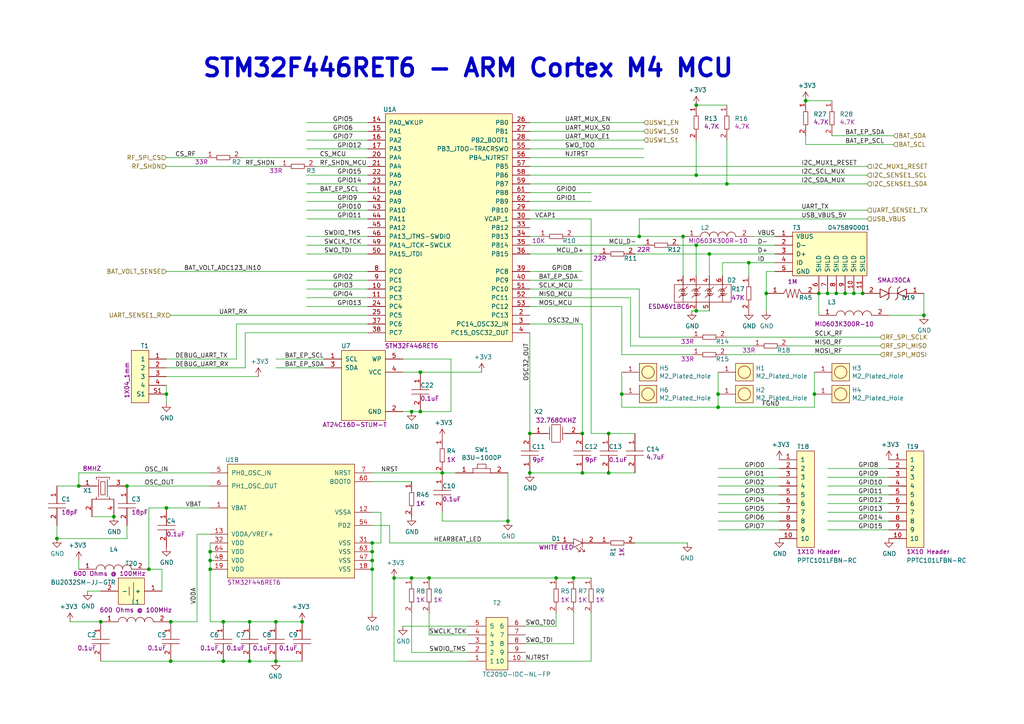
<source format=kicad_sch>
(kicad_sch (version 20231120) (generator "eeschema") (generator_version "8.0")
  (paper "A4")
  (junction (at 201.93 71.12))
  (junction (at 80.01 180.34))
  (junction (at 242.57 85.09))
  (junction (at 72.39 180.34))
  (junction (at 166.37 167.64))
  (junction (at 29.21 180.34))
  (junction (at 240.03 85.09))
  (junction (at 36.83 140.97))
  (junction (at 48.26 147.32))
  (junction (at 107.95 157.48))
  (junction (at 60.96 160.02))
  (junction (at 233.68 29.21))
  (junction (at 153.67 137.16))
  (junction (at 201.93 30.48))
  (junction (at 217.17 76.2))
  (junction (at 60.96 165.1))
  (junction (at 176.53 137.16))
  (junction (at 22.86 140.97))
  (junction (at 107.95 162.56))
  (junction (at 205.74 73.66))
  (junction (at 121.92 119.38))
  (junction (at 119.38 167.64))
  (junction (at 168.91 137.16))
  (junction (at 208.28 114.3))
  (junction (at 201.93 90.17))
  (junction (at 180.34 114.3))
  (junction (at 247.65 85.09))
  (junction (at 250.19 85.09))
  (junction (at 119.38 119.38))
  (junction (at 72.39 191.77))
  (junction (at 48.26 114.3))
  (junction (at 121.92 107.95))
  (junction (at 64.77 191.77))
  (junction (at 107.95 165.1))
  (junction (at 107.95 160.02))
  (junction (at 80.01 191.77))
  (junction (at 245.11 85.09))
  (junction (at 201.93 50.8))
  (junction (at 222.25 85.09))
  (junction (at 49.53 180.34))
  (junction (at 114.3 167.64))
  (junction (at 237.49 85.09))
  (junction (at 147.32 151.13))
  (junction (at 168.91 125.73))
  (junction (at 16.51 156.21))
  (junction (at 124.46 167.64))
  (junction (at 208.28 118.11))
  (junction (at 176.53 125.73))
  (junction (at 153.67 125.73))
  (junction (at 49.53 191.77))
  (junction (at 210.82 53.34))
  (junction (at 87.63 180.34))
  (junction (at 43.18 165.1))
  (junction (at 64.77 180.34))
  (junction (at 185.42 68.58))
  (junction (at 236.22 114.3))
  (junction (at 198.12 68.58))
  (junction (at 33.02 149.86))
  (junction (at 60.96 162.56))
  (junction (at 161.29 167.64))
  (junction (at 128.27 137.16))
  (junction (at 267.97 91.44))
  (wire (pts (xy 128.27 148.59) (xy 128.27 151.13)))
  (wire (pts (xy 166.37 167.64) (xy 171.45 167.64)))
  (wire (pts (xy 180.34 88.9) (xy 153.67 88.9)))
  (wire (pts (xy 257.81 151.13) (xy 240.03 151.13)))
  (wire (pts (xy 29.21 171.45) (xy 25.4 171.45)))
  (wire (pts (xy 106.68 63.5) (xy 88.9 63.5)))
  (wire (pts (xy 226.06 151.13) (xy 208.28 151.13)))
  (wire (pts (xy 185.42 63.5) (xy 185.42 68.58)))
  (wire (pts (xy 119.38 189.23) (xy 135.89 189.23)))
  (wire (pts (xy 180.34 118.11) (xy 208.28 118.11)))
  (wire (pts (xy 153.67 50.8) (xy 201.93 50.8)))
  (wire (pts (xy 205.74 73.66) (xy 224.79 73.66)))
  (wire (pts (xy 119.38 177.8) (xy 119.38 189.23)))
  (wire (pts (xy 48.26 114.3) (xy 48.26 116.84)))
  (wire (pts (xy 198.12 68.58) (xy 185.42 68.58)))
  (wire (pts (xy 121.92 107.95) (xy 116.84 107.95)))
  (wire (pts (xy 106.68 91.44) (xy 49.53 91.44)))
  (wire (pts (xy 185.42 68.58) (xy 166.37 68.58)))
  (wire (pts (xy 152.4 186.69) (xy 166.37 186.69)))
  (wire (pts (xy 106.68 96.52) (xy 71.12 96.52)))
  (wire (pts (xy 113.03 152.4) (xy 113.03 157.48)))
  (wire (pts (xy 119.38 119.38) (xy 121.92 119.38)))
  (wire (pts (xy 87.63 180.34) (xy 80.01 180.34)))
  (wire (pts (xy 113.03 157.48) (xy 161.29 157.48)))
  (wire (pts (xy 257.81 153.67) (xy 240.03 153.67)))
  (wire (pts (xy 184.15 125.73) (xy 176.53 125.73)))
  (wire (pts (xy 119.38 167.64) (xy 114.3 167.64)))
  (wire (pts (xy 233.68 41.91) (xy 259.08 41.91)))
  (wire (pts (xy 106.68 71.12) (xy 88.9 71.12)))
  (wire (pts (xy 121.92 107.95) (xy 139.7 107.95)))
  (wire (pts (xy 267.97 85.09) (xy 267.97 91.44)))
  (wire (pts (xy 210.82 53.34) (xy 153.67 53.34)))
  (wire (pts (xy 201.93 30.48) (xy 210.82 30.48)))
  (wire (pts (xy 226.06 153.67) (xy 208.28 153.67)))
  (wire (pts (xy 161.29 167.64) (xy 166.37 167.64)))
  (wire (pts (xy 200.66 102.87) (xy 180.34 102.87)))
  (wire (pts (xy 237.49 91.44) (xy 237.49 85.09)))
  (wire (pts (xy 184.15 73.66) (xy 205.74 73.66)))
  (wire (pts (xy 168.91 93.98) (xy 168.91 125.73)))
  (wire (pts (xy 255.27 100.33) (xy 228.6 100.33)))
  (wire (pts (xy 43.18 165.1) (xy 46.99 165.1)))
  (wire (pts (xy 48.26 106.68) (xy 71.12 106.68)))
  (wire (pts (xy 106.68 45.72) (xy 69.85 45.72)))
  (wire (pts (xy 222.25 78.74) (xy 222.25 85.09)))
  (wire (pts (xy 153.67 81.28) (xy 168.91 81.28)))
  (wire (pts (xy 124.46 167.64) (xy 119.38 167.64)))
  (wire (pts (xy 208.28 114.3) (xy 208.28 107.95)))
  (wire (pts (xy 153.67 93.98) (xy 168.91 93.98)))
  (wire (pts (xy 91.44 48.26) (xy 106.68 48.26)))
  (wire (pts (xy 257.81 143.51) (xy 240.03 143.51)))
  (wire (pts (xy 171.45 58.42) (xy 153.67 58.42)))
  (wire (pts (xy 217.17 76.2) (xy 217.17 80.01)))
  (wire (pts (xy 208.28 118.11) (xy 236.22 118.11)))
  (wire (pts (xy 29.21 191.77) (xy 49.53 191.77)))
  (wire (pts (xy 80.01 106.68) (xy 93.98 106.68)))
  (wire (pts (xy 257.81 140.97) (xy 240.03 140.97)))
  (wire (pts (xy 107.95 165.1) (xy 107.95 162.56)))
  (wire (pts (xy 153.67 83.82) (xy 185.42 83.82)))
  (wire (pts (xy 107.95 148.59) (xy 110.49 148.59)))
  (wire (pts (xy 242.57 85.09) (xy 240.03 85.09)))
  (wire (pts (xy 209.55 76.2) (xy 217.17 76.2)))
  (wire (pts (xy 255.27 102.87) (xy 210.82 102.87)))
  (wire (pts (xy 218.44 68.58) (xy 224.79 68.58)))
  (wire (pts (xy 106.68 68.58) (xy 88.9 68.58)))
  (wire (pts (xy 29.21 180.34) (xy 20.32 180.34)))
  (wire (pts (xy 114.3 191.77) (xy 135.89 191.77)))
  (wire (pts (xy 180.34 107.95) (xy 180.34 114.3)))
  (wire (pts (xy 251.46 53.34) (xy 210.82 53.34)))
  (wire (pts (xy 233.68 29.21) (xy 241.3 29.21)))
  (wire (pts (xy 153.67 86.36) (xy 182.88 86.36)))
  (wire (pts (xy 247.65 85.09) (xy 245.11 85.09)))
  (wire (pts (xy 68.58 93.98) (xy 106.68 93.98)))
  (wire (pts (xy 48.26 111.76) (xy 48.26 114.3)))
  (wire (pts (xy 153.67 35.56) (xy 186.69 35.56)))
  (wire (pts (xy 184.15 137.16) (xy 176.53 137.16)))
  (wire (pts (xy 184.15 157.48) (xy 199.39 157.48)))
  (wire (pts (xy 208.28 118.11) (xy 208.28 114.3)))
  (wire (pts (xy 153.67 40.64) (xy 186.69 40.64)))
  (wire (pts (xy 161.29 167.64) (xy 124.46 167.64)))
  (wire (pts (xy 185.42 97.79) (xy 200.66 97.79)))
  (wire (pts (xy 48.26 109.22) (xy 74.93 109.22)))
  (wire (pts (xy 236.22 118.11) (xy 236.22 114.3)))
  (wire (pts (xy 57.15 154.94) (xy 57.15 180.34)))
  (wire (pts (xy 106.68 53.34) (xy 88.9 53.34)))
  (wire (pts (xy 171.45 55.88) (xy 153.67 55.88)))
  (wire (pts (xy 130.81 104.14) (xy 130.81 119.38)))
  (wire (pts (xy 250.19 85.09) (xy 247.65 85.09)))
  (wire (pts (xy 116.84 104.14) (xy 130.81 104.14)))
  (wire (pts (xy 226.06 146.05) (xy 208.28 146.05)))
  (wire (pts (xy 107.95 137.16) (xy 128.27 137.16)))
  (wire (pts (xy 210.82 40.64) (xy 210.82 53.34)))
  (wire (pts (xy 60.96 160.02) (xy 60.96 162.56)))
  (wire (pts (xy 80.01 180.34) (xy 72.39 180.34)))
  (wire (pts (xy 267.97 91.44) (xy 257.81 91.44)))
  (wire (pts (xy 257.81 146.05) (xy 240.03 146.05)))
  (wire (pts (xy 171.45 125.73) (xy 171.45 63.5)))
  (wire (pts (xy 217.17 76.2) (xy 224.79 76.2)))
  (wire (pts (xy 43.18 147.32) (xy 48.26 147.32)))
  (wire (pts (xy 176.53 137.16) (xy 168.91 137.16)))
  (wire (pts (xy 57.15 180.34) (xy 49.53 180.34)))
  (wire (pts (xy 153.67 45.72) (xy 186.69 45.72)))
  (wire (pts (xy 147.32 137.16) (xy 147.32 151.13)))
  (wire (pts (xy 106.68 58.42) (xy 88.9 58.42)))
  (wire (pts (xy 176.53 125.73) (xy 171.45 125.73)))
  (wire (pts (xy 106.68 88.9) (xy 88.9 88.9)))
  (wire (pts (xy 48.26 104.14) (xy 68.58 104.14)))
  (wire (pts (xy 201.93 50.8) (xy 251.46 50.8)))
  (wire (pts (xy 71.12 96.52) (xy 71.12 106.68)))
  (wire (pts (xy 68.58 104.14) (xy 68.58 93.98)))
  (wire (pts (xy 201.93 71.12) (xy 224.79 71.12)))
  (wire (pts (xy 251.46 48.26) (xy 153.67 48.26)))
  (wire (pts (xy 222.25 85.09) (xy 222.25 90.17)))
  (wire (pts (xy 107.95 162.56) (xy 107.95 160.02)))
  (wire (pts (xy 60.96 157.48) (xy 60.96 160.02)))
  (wire (pts (xy 48.26 78.74) (xy 106.68 78.74)))
  (wire (pts (xy 153.67 63.5) (xy 171.45 63.5)))
  (wire (pts (xy 60.96 147.32) (xy 48.26 147.32)))
  (wire (pts (xy 107.95 160.02) (xy 107.95 157.48)))
  (wire (pts (xy 48.26 48.26) (xy 81.28 48.26)))
  (wire (pts (xy 201.93 40.64) (xy 201.93 50.8)))
  (wire (pts (xy 153.67 96.52) (xy 153.67 125.73)))
  (wire (pts (xy 22.86 137.16) (xy 22.86 140.97)))
  (wire (pts (xy 180.34 114.3) (xy 180.34 118.11)))
  (wire (pts (xy 182.88 86.36) (xy 182.88 100.33)))
  (wire (pts (xy 245.11 85.09) (xy 242.57 85.09)))
  (wire (pts (xy 106.68 35.56) (xy 88.9 35.56)))
  (wire (pts (xy 222.25 78.74) (xy 224.79 78.74)))
  (wire (pts (xy 185.42 83.82) (xy 185.42 97.79)))
  (wire (pts (xy 226.06 143.51) (xy 208.28 143.51)))
  (wire (pts (xy 128.27 137.16) (xy 132.08 137.16)))
  (wire (pts (xy 106.68 86.36) (xy 88.9 86.36)))
  (wire (pts (xy 107.95 152.4) (xy 113.03 152.4)))
  (wire (pts (xy 152.4 191.77) (xy 171.45 191.77)))
  (wire (pts (xy 257.81 135.89) (xy 240.03 135.89)))
  (wire (pts (xy 59.69 45.72) (xy 48.26 45.72)))
  (wire (pts (xy 22.86 162.56) (xy 22.86 165.1)))
  (wire (pts (xy 152.4 181.61) (xy 161.29 181.61)))
  (wire (pts (xy 26.67 149.86) (xy 33.02 149.86)))
  (wire (pts (xy 106.68 81.28) (xy 88.9 81.28)))
  (wire (pts (xy 72.39 191.77) (xy 80.01 191.77)))
  (wire (pts (xy 226.06 138.43) (xy 208.28 138.43)))
  (wire (pts (xy 64.77 191.77) (xy 72.39 191.77)))
  (wire (pts (xy 241.3 39.37) (xy 259.08 39.37)))
  (wire (pts (xy 180.34 102.87) (xy 180.34 88.9)))
  (wire (pts (xy 106.68 43.18) (xy 88.9 43.18)))
  (wire (pts (xy 106.68 40.64) (xy 88.9 40.64)))
  (wire (pts (xy 161.29 177.8) (xy 161.29 181.61)))
  (wire (pts (xy 153.67 71.12) (xy 186.69 71.12)))
  (wire (pts (xy 88.9 55.88) (xy 106.68 55.88)))
  (wire (pts (xy 156.21 68.58) (xy 153.67 68.58)))
  (wire (pts (xy 233.68 39.37) (xy 233.68 41.91)))
  (wire (pts (xy 210.82 97.79) (xy 255.27 97.79)))
  (wire (pts (xy 80.01 191.77) (xy 87.63 191.77)))
  (wire (pts (xy 130.81 119.38) (xy 121.92 119.38)))
  (wire (pts (xy 153.67 137.16) (xy 168.91 137.16)))
  (wire (pts (xy 16.51 140.97) (xy 22.86 140.97)))
  (wire (pts (xy 16.51 152.4) (xy 16.51 156.21)))
  (wire (pts (xy 196.85 71.12) (xy 201.93 71.12)))
  (wire (pts (xy 60.96 137.16) (xy 22.86 137.16)))
  (wire (pts (xy 257.81 148.59) (xy 240.03 148.59)))
  (wire (pts (xy 124.46 184.15) (xy 124.46 177.8)))
  (wire (pts (xy 119.38 139.7) (xy 107.95 139.7)))
  (wire (pts (xy 240.03 85.09) (xy 237.49 85.09)))
  (wire (pts (xy 198.12 80.01) (xy 198.12 68.58)))
  (wire (pts (xy 60.96 165.1) (xy 60.96 180.34)))
  (wire (pts (xy 60.96 154.94) (xy 57.15 154.94)))
  (wire (pts (xy 124.46 184.15) (xy 135.89 184.15)))
  (wire (pts (xy 226.06 140.97) (xy 208.28 140.97)))
  (wire (pts (xy 43.18 147.32) (xy 43.18 165.1)))
  (wire (pts (xy 116.84 119.38) (xy 119.38 119.38)))
  (wire (pts (xy 49.53 191.77) (xy 64.77 191.77)))
  (wire (pts (xy 110.49 157.48) (xy 107.95 157.48)))
  (wire (pts (xy 106.68 50.8) (xy 88.9 50.8)))
  (wire (pts (xy 36.83 140.97) (xy 60.96 140.97)))
  (wire (pts (xy 226.06 148.59) (xy 208.28 148.59)))
  (wire (pts (xy 106.68 38.1) (xy 88.9 38.1)))
  (wire (pts (xy 205.74 90.17) (xy 201.93 90.17)))
  (wire (pts (xy 106.68 83.82) (xy 88.9 83.82)))
  (wire (pts (xy 205.74 73.66) (xy 205.74 80.01)))
  (wire (pts (xy 171.45 177.8) (xy 171.45 191.77)))
  (wire (pts (xy 182.88 100.33) (xy 218.44 100.33)))
  (wire (pts (xy 80.01 104.14) (xy 93.98 104.14)))
  (wire (pts (xy 200.66 90.17) (xy 201.93 90.17)))
  (wire (pts (xy 168.91 78.74) (xy 153.67 78.74)))
  (wire (pts (xy 226.06 135.89) (xy 208.28 135.89)))
  (wire (pts (xy 114.3 167.64) (xy 114.3 191.77)))
  (wire (pts (xy 209.55 80.01) (xy 209.55 76.2)))
  (wire (pts (xy 110.49 148.59) (xy 110.49 157.48)))
  (wire (pts (xy 251.46 63.5) (xy 185.42 63.5)))
  (wire (pts (xy 107.95 177.8) (xy 107.95 165.1)))
  (wire (pts (xy 106.68 60.96) (xy 88.9 60.96)))
  (wire (pts (xy 64.77 180.34) (xy 60.96 180.34)))
  (wire (pts (xy 46.99 165.1) (xy 46.99 171.45)))
  (wire (pts (xy 236.22 114.3) (xy 236.22 107.95)))
  (wire (pts (xy 153.67 43.18) (xy 186.69 43.18)))
  (wire (pts (xy 257.81 138.43) (xy 240.03 138.43)))
  (wire (pts (xy 106.68 73.66) (xy 88.9 73.66)))
  (wire (pts (xy 16.51 156.21) (xy 36.83 156.21)))
  (wire (pts (xy 72.39 180.34) (xy 64.77 180.34)))
  (wire (pts (xy 36.83 156.21) (xy 36.83 152.4)))
  (wire (pts (xy 166.37 177.8) (xy 166.37 186.69)))
  (wire (pts (xy 186.69 38.1) (xy 153.67 38.1)))
  (wire (pts (xy 135.89 181.61) (xy 116.84 181.61)))
  (wire (pts (xy 201.93 80.01) (xy 201.93 71.12)))
  (wire (pts (xy 60.96 162.56) (xy 60.96 165.1)))
  (wire (pts (xy 153.67 73.66) (xy 173.99 73.66)))
  (wire (pts (xy 153.67 60.96) (xy 251.46 60.96)))
  (wire (pts (xy 128.27 151.13) (xy 147.32 151.13)))
  (text "STM32F446RET6 - ARM Cortex M4 MCU" (at 58.42 22.86 0) (effects (font (size 5.08 5.08) (thickness 1.016) (bold yes)) (justify left bottom)))
  (label "SWCLK_TCK" (at 124.46 184.15 0))
  (label "VDDA" (at 57.15 175.26 90))
  (label "GPIO14" (at 97.79 53.34 0))
  (label "UART_TX" (at 232.41 60.96 0))
  (label "GPIO12" (at 97.79 43.18 0))
  (label "GPIO6" (at 215.9 151.13 0))
  (label "BAT_EP_SCL" (at 245.11 41.91 0))
  (label "D+" (at 219.71 73.66 0))
  (label "GPIO3" (at 96.52 83.82 0))
  (label "SWCLK_TCK" (at 93.98 71.12 0))
  (label "MCU_D-" (at 176.53 71.12 0))
  (label "DEBUG_UART_RX" (at 50.8 106.68 0))
  (label "NRST" (at 110.49 137.16 0))
  (label "I2C_SDA_MUX" (at 232.41 53.34 0))
  (label "GPIO9" (at 97.79 58.42 0))
  (label "GPIO14" (at 248.92 151.13 0))
  (label "BAT_VOLT_ADC123_IN10" (at 53.34 78.74 0))
  (label "GPIO8" (at 248.92 135.89 0))
  (label "UART_MUX_E1" (at 163.83 40.64 0))
  (label "GPIO9" (at 248.92 138.43 0))
  (label "UART_MUX_S0" (at 163.83 38.1 0))
  (label "VCAP1" (at 161.29 63.5 180))
  (label "SWDIO_TMS" (at 124.46 189.23 0))
  (label "UART_MUX_EN" (at 163.83 35.56 0))
  (label "NJTRST" (at 152.4 191.77 0))
  (label "ID" (at 219.71 76.2 0))
  (label "MOSI_RF" (at 236.22 102.87 0))
  (label "GPIO13" (at 97.79 88.9 0))
  (label "GPIO10" (at 248.92 140.97 0))
  (label "HEARBEAT_LED" (at 139.7 157.48 180))
  (label "GPIO7" (at 215.9 153.67 0))
  (label "SCLK_RF" (at 236.22 97.79 0))
  (label "I2C_SCL_MUX" (at 232.41 50.8 0))
  (label "RF_SHDN" (at 71.12 48.26 0))
  (label "GPIO0" (at 161.29 55.88 0))
  (label "GPIO4" (at 215.9 146.05 0))
  (label "MOSI_MCU" (at 156.21 88.9 0))
  (label "GPIO5" (at 215.9 148.59 0))
  (label "GPIO15" (at 97.79 50.8 0))
  (label "VBUS" (at 219.71 68.58 0))
  (label "GPIO1" (at 161.29 58.42 0))
  (label "OSC32_OUT" (at 153.67 110.49 90))
  (label "GPIO2" (at 96.52 81.28 0))
  (label "GPIO2" (at 215.9 140.97 0))
  (label "I2C_MUX1_RESET" (at 232.41 48.26 0))
  (label "GPIO3" (at 215.9 143.51 0))
  (label "BAT_EP_SDA" (at 245.11 39.37 0))
  (label "VBAT" (at 58.42 147.32 180))
  (label "MISO_RF" (at 236.22 100.33 0))
  (label "BAT_EP_SDA" (at 82.55 106.68 0))
  (label "USB_VBUS_5V" (at 232.41 63.5 0))
  (label "SWDIO_TMS" (at 93.98 68.58 0))
  (label "GPIO4" (at 96.52 86.36 0))
  (label "RF_SHDN_MCU" (at 92.71 48.26 0))
  (label "BAT_EP_SDA" (at 156.21 81.28 0))
  (label "GPIO11" (at 248.92 143.51 0))
  (label "SWO_TDO" (at 163.83 43.18 0))
  (label "GPIO6" (at 96.52 38.1 0))
  (label "BAT_EP_SCL" (at 92.71 55.88 0))
  (label "FGND" (at 220.98 118.11 0))
  (label "SWO_TDI" (at 93.98 73.66 0))
  (label "DEBUG_UART_TX" (at 50.8 104.14 0))
  (label "GPIO5" (at 96.52 35.56 0))
  (label "GPIO8" (at 160.02 78.74 0))
  (label "GPIO0" (at 215.9 135.89 0))
  (label "GPIO15" (at 248.92 153.67 0))
  (label "SCLK_MCU" (at 156.21 83.82 0))
  (label "GPIO1" (at 215.9 138.43 0))
  (label "GPIO10" (at 97.79 60.96 0))
  (label "GPIO13" (at 248.92 148.59 0))
  (label "OSC32_IN" (at 158.75 93.98 0))
  (label "CS_RF" (at 50.8 45.72 0))
  (label "GPIO12" (at 248.92 146.05 0))
  (label "SWO_TDO" (at 152.4 181.61 0))
  (label "NJTRST" (at 163.83 45.72 0))
  (label "UART_RX" (at 63.5 91.44 0))
  (label "OSC_OUT" (at 41.91 140.97 0))
  (label "D-" (at 219.71 71.12 0))
  (label "GPIO7" (at 96.52 40.64 0))
  (label "BAT_EP_SCL" (at 82.55 104.14 0))
  (label "GPIO11" (at 97.79 63.5 0))
  (label "OSC_IN" (at 41.91 137.16 0))
  (label "MCU_D+" (at 161.29 73.66 0))
  (label "CS_MCU" (at 92.71 45.72 0))
  (label "SWO_TDI" (at 152.4 186.69 0))
  (label "MISO_MCU" (at 156.21 86.36 0))
  (hierarchical_label "RF_SPI_CS" (shape input) (at 48.26 45.72 180))
  (hierarchical_label "USW1_S0" (shape input) (at 186.69 38.1 0))
  (hierarchical_label "RF_SPI_MISO" (shape input) (at 255.27 100.33 0))
  (hierarchical_label "BAT_VOLT_SENSE" (shape input) (at 48.26 78.74 180))
  (hierarchical_label "USW1_S1" (shape input) (at 186.69 40.64 0))
  (hierarchical_label "BAT_SCL" (shape input) (at 259.08 41.91 0))
  (hierarchical_label "UART_SENSE1_RX" (shape input) (at 49.53 91.44 180))
  (hierarchical_label "I2C_SENSE1_SDA" (shape input) (at 251.46 53.34 0))
  (hierarchical_label "I2C_SENSE1_SCL" (shape input) (at 251.46 50.8 0))
  (hierarchical_label "USB_VBUS" (shape input) (at 251.46 63.5 0))
  (hierarchical_label "I2C_MUX1_RESET" (shape input) (at 251.46 48.26 0))
  (hierarchical_label "RF_SPI_SCLK" (shape input) (at 255.27 97.79 0))
  (hierarchical_label "RF_SHDN" (shape input) (at 48.26 48.26 180))
  (hierarchical_label "UART_SENSE1_TX" (shape input) (at 251.46 60.96 0))
  (hierarchical_label "BAT_SDA" (shape input) (at 259.08 39.37 0))
  (hierarchical_label "USW1_EN" (shape input) (at 186.69 35.56 0))
  (hierarchical_label "RF_SPI_MOSI" (shape input) (at 255.27 102.87 0))
  (symbol (lib_id "AVR-KiCAD-Lib-ICs:STM32F446RET6") (at 111.76 33.02 0) (unit 1)
    (property "Reference" "U1" (at 113.03 31.75 0))
    (property "Value" "STM32F446RET6" (effects (hide yes)))
    (property "Footprint" "AVR-KiCAD-Lib-ICs:STM32F446RET6" (effects (hide yes)))
    (property "Datasheet" "https://www.st.com/content/ccc/resource/technical/document/datasheet/65/cb/75/50/53/d6/48/24/DM00141306.pdf/files/DM00141306.pdf/jcr:content/translations/en.DM00141306.pdf" (effects (hide yes)))
    (property "Cost QTY: 1" "8.55000" (effects (hide yes)))
    (property "Cost QTY: 1000" "4.85069" (effects (hide yes)))
    (property "Cost QTY: 2500" "4.67103" (effects (hide yes)))
    (property "Cost QTY: 5000" "4.49138" (effects (hide yes)))
    (property "Cost QTY: 10000" "*" (effects (hide yes)))
    (property "MFR" "STMicroelectronics" (effects (hide yes)))
    (property "MFR#" "STM32F446RET6" (effects (hide yes)))
    (property "Vendor" "Digikey" (effects (hide yes)))
    (property "Vendor #" "497-15376-ND" (effects (hide yes)))
    (property "Designer" "AVR" (effects (hide yes)))
    (property "Height" "*" (effects (hide yes)))
    (property "Date Created" "6/15/2020" (effects (hide yes)))
    (property "Date Modified" "6/15/2020" (effects (hide yes)))
    (property "Lead-Free ?" "Yes" (effects (hide yes)))
    (property "RoHS Levels" "1" (effects (hide yes)))
    (property "Mounting" "SMT" (effects (hide yes)))
    (property "Pin Count #" "64" (effects (hide yes)))
    (property "Status" "Active" (effects (hide yes)))
    (property "Tolerance" "*" (effects (hide yes)))
    (property "Type" "MCU" (effects (hide yes)))
    (property "Voltage" "1.7V ~ 3.6V" (effects (hide yes)))
    (property "Package" "LQFP64" (effects (hide yes)))
    (property "Description" "ARM® Cortex®-M4 STM32F4 Microcontroller IC 32-Bit 180MHz 512KB (512K x 8) FLASH 64-LQFP (10x10)" (effects (hide yes)))
    (property "_Value_" "STM32F446RET6" (at 119.38 100.33 0))
    (property "Management_ID" "*" (effects (hide yes)))
  )
  (symbol (lib_id "AVR-KiCAD-Lib-ICs:STM32F446RET6") (at 66.04 134.62 0) (unit 2)
    (property "Reference" "U1" (at 67.31 133.35 0))
    (property "Value" "STM32F446RET6" (effects (hide yes)))
    (property "Footprint" "AVR-KiCAD-Lib-ICs:STM32F446RET6" (effects (hide yes)))
    (property "Datasheet" "https://www.st.com/content/ccc/resource/technical/document/datasheet/65/cb/75/50/53/d6/48/24/DM00141306.pdf/files/DM00141306.pdf/jcr:content/translations/en.DM00141306.pdf" (effects (hide yes)))
    (property "Cost QTY: 1" "8.55000" (effects (hide yes)))
    (property "Cost QTY: 1000" "4.85069" (effects (hide yes)))
    (property "Cost QTY: 2500" "4.67103" (effects (hide yes)))
    (property "Cost QTY: 5000" "4.49138" (effects (hide yes)))
    (property "Cost QTY: 10000" "*" (effects (hide yes)))
    (property "MFR" "STMicroelectronics" (effects (hide yes)))
    (property "MFR#" "STM32F446RET6" (effects (hide yes)))
    (property "Vendor" "Digikey" (effects (hide yes)))
    (property "Vendor #" "497-15376-ND" (effects (hide yes)))
    (property "Designer" "AVR" (effects (hide yes)))
    (property "Height" "*" (effects (hide yes)))
    (property "Date Created" "6/15/2020" (effects (hide yes)))
    (property "Date Modified" "6/15/2020" (effects (hide yes)))
    (property "Lead-Free ?" "Yes" (effects (hide yes)))
    (property "RoHS Levels" "1" (effects (hide yes)))
    (property "Mounting" "SMT" (effects (hide yes)))
    (property "Pin Count #" "64" (effects (hide yes)))
    (property "Status" "Active" (effects (hide yes)))
    (property "Tolerance" "*" (effects (hide yes)))
    (property "Type" "MCU" (effects (hide yes)))
    (property "Voltage" "1.7V ~ 3.6V" (effects (hide yes)))
    (property "Package" "LQFP64" (effects (hide yes)))
    (property "Description" "ARM® Cortex®-M4 STM32F4 Microcontroller IC 32-Bit 180MHz 512KB (512K x 8) FLASH 64-LQFP (10x10)" (effects (hide yes)))
    (property "_Value_" "STM32F446RET6" (at 73.66 168.91 0))
    (property "Management_ID" "*" (effects (hide yes)))
  )
  (symbol (lib_id "AVR-KiCAD-Lib-Oscillators-Clocks:ABM3B-8.000MHZ-B2-T") (at 27.94 138.43 0) (unit 1)
    (property "Reference" "X1" (at 25.4 142.24 0))
    (property "Value" "ABM3B-8.000MHZ-B2-T" (effects (hide yes)))
    (property "Footprint" "AVR-KiCAD-Lib-Oscillators:ABM3B8.000MHZB2T" (effects (hide yes)))
    (property "Datasheet" "https://abracon.com/Resonators/abm3b.pdf" (effects (hide yes)))
    (property "Cost QTY: 1" "1.09000" (effects (hide yes)))
    (property "Cost QTY: 1000" "0.57000" (effects (hide yes)))
    (property "Cost QTY: 2500" "*" (effects (hide yes)))
    (property "Cost QTY: 5000" "*" (effects (hide yes)))
    (property "Cost QTY: 10000" "*" (effects (hide yes)))
    (property "MFR" "Abracon LLC" (effects (hide yes)))
    (property "MFR#" "ABM3B-8.000MHZ-B2-T" (effects (hide yes)))
    (property "Vendor" "Digikey" (effects (hide yes)))
    (property "Vendor #" "535-9720-2-ND" (effects (hide yes)))
    (property "Designer" "AVR" (effects (hide yes)))
    (property "Height" "1.10mm" (effects (hide yes)))
    (property "Date Created" "6/16/2020" (effects (hide yes)))
    (property "Date Modified" "6/16/2020" (effects (hide yes)))
    (property "Lead-Free ?" "Yes" (effects (hide yes)))
    (property "RoHS Levels" "1" (effects (hide yes)))
    (property "Mounting" "SMT" (effects (hide yes)))
    (property "Pin Count #" "4" (effects (hide yes)))
    (property "Status" "Active" (effects (hide yes)))
    (property "Tolerance" "*" (effects (hide yes)))
    (property "Type" "Crystal Oscillator" (effects (hide yes)))
    (property "Voltage" "*" (effects (hide yes)))
    (property "Package" "4-SMD" (effects (hide yes)))
    (property "Description" "8MHz ±20ppm Crystal 18pF 200 Ohms 4-SMD, No Lead" (effects (hide yes)))
    (property "_Value_" "8MHZ" (at 26.67 135.89 0))
    (property "Management_ID" "*" (effects (hide yes)))
  )
  (symbol (lib_id "AVR-KiCAD-Lib-Oscillators-Clocks:ABS07-32.768KHZ-9-T") (at 161.29 125.73 0) (unit 1)
    (property "Reference" "X2" (at 156.21 119.38 0))
    (property "Value" "ABS07-32.768KHZ-9-T" (effects (hide yes)))
    (property "Footprint" "AVR-KiCAD-Lib-Oscillators:ABS07-32.768KHZ-9-T" (effects (hide yes)))
    (property "Datasheet" "https://abracon.com/Resonators/ABS07.pdf" (effects (hide yes)))
    (property "Cost QTY: 1" "1.09000" (effects (hide yes)))
    (property "Cost QTY: 1000" "0.62700" (effects (hide yes)))
    (property "Cost QTY: 2500" "*" (effects (hide yes)))
    (property "Cost QTY: 5000" "*" (effects (hide yes)))
    (property "Cost QTY: 10000" "*" (effects (hide yes)))
    (property "MFR" "Abracon LLC" (effects (hide yes)))
    (property "MFR#" "ABS07-32.768KHZ-9-T" (effects (hide yes)))
    (property "Vendor" "Digikey" (effects (hide yes)))
    (property "Vendor #" "535-9544-1-ND" (effects (hide yes)))
    (property "Designer" "AVR" (effects (hide yes)))
    (property "Height" "0.9mm" (effects (hide yes)))
    (property "Date Created" "6/16/2020" (effects (hide yes)))
    (property "Date Modified" "6/16/2020" (effects (hide yes)))
    (property "Lead-Free ?" "Yes" (effects (hide yes)))
    (property "RoHS Levels" "1" (effects (hide yes)))
    (property "Mounting" "SMT" (effects (hide yes)))
    (property "Pin Count #" "2" (effects (hide yes)))
    (property "Status" "Active" (effects (hide yes)))
    (property "Tolerance" "*" (effects (hide yes)))
    (property "Type" "Crystal Oscillator" (effects (hide yes)))
    (property "Voltage" "*" (effects (hide yes)))
    (property "Package" "Proprietary SMT" (effects (hide yes)))
    (property "Description" "32.768kHz ±20ppm Crystal 9pF 70 kOhms 2-SMD, No Lead" (effects (hide yes)))
    (property "_Value_" "32.7680KHZ" (at 161.29 121.92 0))
    (property "Management_ID" "*" (effects (hide yes)))
  )
  (symbol (lib_id "AVR-KiCAD-Lib-Resistors:RC0402FR-071KL") (at 161.29 172.72 270) (unit 1)
    (property "Reference" "R5" (at 162.56 171.45 90) (effects (justify left)))
    (property "Value" "RC0402FR-071KL" (effects (hide yes)))
    (property "Footprint" "AVR-KiCAD-Lib-Resistors:R0402" (effects (hide yes)))
    (property "Datasheet" "https://www.yageo.com/upload/media/product/productsearch/datasheet/rchip/PYu-RC_Group_51_RoHS_L_10.pdf" (effects (hide yes)))
    (property "Cost QTY: 1" "0.10000" (effects (hide yes)))
    (property "Cost QTY: 1000" "0.00289" (effects (hide yes)))
    (property "Cost QTY: 2500" "0.00251" (effects (hide yes)))
    (property "Cost QTY: 5000" "0.00207" (effects (hide yes)))
    (property "Cost QTY: 10000" "0.00163" (effects (hide yes)))
    (property "MFR" "Yageo" (effects (hide yes)))
    (property "MFR#" "RC0402FR-071KL" (effects (hide yes)))
    (property "Vendor" "Digikey" (effects (hide yes)))
    (property "Vendor #" "311-1.00KLRTR-ND" (effects (hide yes)))
    (property "Designer" "AVR" (effects (hide yes)))
    (property "Height" "0.4mm" (effects (hide yes)))
    (property "Date Created" "12/11/2019" (effects (hide yes)))
    (property "Date Modified" "12/11/2019" (effects (hide yes)))
    (property "Lead-Free ?" "Yes" (effects (hide yes)))
    (property "RoHS Levels" "1" (effects (hide yes)))
    (property "Mounting" "SMT" (effects (hide yes)))
    (property "Pin Count #" "2" (effects (hide yes)))
    (property "Status" "Active" (effects (hide yes)))
    (property "Tolerance" "1%" (effects (hide yes)))
    (property "Type" "Thick Film Resistor" (effects (hide yes)))
    (property "Voltage" "*" (effects (hide yes)))
    (property "Package" "0402" (effects (hide yes)))
    (property "_Value_" "1K" (at 162.56 173.99 90) (effects (justify left)))
    (property "Management_ID" "*" (effects (hide yes)))
    (property "Description" " kOhms ±1% 0.063W, 1/16W Chip Resistor 0402 (1005 Metric) Moisture Resistant Thick Film" (effects (hide yes)))
  )
  (symbol (lib_id "agricoltura-SunLeaf-S1G-rescue:+3V3-power") (at 114.3 167.64 0) (unit 1)
    (property "Reference" "#PWR011" (effects (hide yes)))
    (property "Value" "+3V3" (at 114.681 163.2458 0))
  )
  (symbol (lib_id "AVR-KiCAD-Lib-Resistors:RC0402FR-071KL") (at 124.46 172.72 270) (unit 1)
    (property "Reference" "R6" (at 125.73 171.45 90) (effects (justify left)))
    (property "Value" "RC0402FR-071KL" (effects (hide yes)))
    (property "Footprint" "AVR-KiCAD-Lib-Resistors:R0402" (effects (hide yes)))
    (property "Datasheet" "https://www.yageo.com/upload/media/product/productsearch/datasheet/rchip/PYu-RC_Group_51_RoHS_L_10.pdf" (effects (hide yes)))
    (property "Cost QTY: 1" "0.10000" (effects (hide yes)))
    (property "Cost QTY: 1000" "0.00289" (effects (hide yes)))
    (property "Cost QTY: 2500" "0.00251" (effects (hide yes)))
    (property "Cost QTY: 5000" "0.00207" (effects (hide yes)))
    (property "Cost QTY: 10000" "0.00163" (effects (hide yes)))
    (property "MFR" "Yageo" (effects (hide yes)))
    (property "MFR#" "RC0402FR-071KL" (effects (hide yes)))
    (property "Vendor" "Digikey" (effects (hide yes)))
    (property "Vendor #" "311-1.00KLRTR-ND" (effects (hide yes)))
    (property "Designer" "AVR" (effects (hide yes)))
    (property "Height" "0.4mm" (effects (hide yes)))
    (property "Date Created" "12/11/2019" (effects (hide yes)))
    (property "Date Modified" "12/11/2019" (effects (hide yes)))
    (property "Lead-Free ?" "Yes" (effects (hide yes)))
    (property "RoHS Levels" "1" (effects (hide yes)))
    (property "Mounting" "SMT" (effects (hide yes)))
    (property "Pin Count #" "2" (effects (hide yes)))
    (property "Status" "Active" (effects (hide yes)))
    (property "Tolerance" "1%" (effects (hide yes)))
    (property "Type" "Thick Film Resistor" (effects (hide yes)))
    (property "Voltage" "*" (effects (hide yes)))
    (property "Package" "0402" (effects (hide yes)))
    (property "_Value_" "1K" (at 125.73 173.99 90) (effects (justify left)))
    (property "Management_ID" "*" (effects (hide yes)))
    (property "Description" " kOhms ±1% 0.063W, 1/16W Chip Resistor 0402 (1005 Metric) Moisture Resistant Thick Film" (effects (hide yes)))
  )
  (symbol (lib_id "AVR-KiCAD-Lib-Resistors:RC0402FR-071KL") (at 166.37 172.72 270) (unit 1)
    (property "Reference" "R7" (at 167.64 171.45 90) (effects (justify left)))
    (property "Value" "RC0402FR-071KL" (effects (hide yes)))
    (property "Footprint" "AVR-KiCAD-Lib-Resistors:R0402" (effects (hide yes)))
    (property "Datasheet" "https://www.yageo.com/upload/media/product/productsearch/datasheet/rchip/PYu-RC_Group_51_RoHS_L_10.pdf" (effects (hide yes)))
    (property "Cost QTY: 1" "0.10000" (effects (hide yes)))
    (property "Cost QTY: 1000" "0.00289" (effects (hide yes)))
    (property "Cost QTY: 2500" "0.00251" (effects (hide yes)))
    (property "Cost QTY: 5000" "0.00207" (effects (hide yes)))
    (property "Cost QTY: 10000" "0.00163" (effects (hide yes)))
    (property "MFR" "Yageo" (effects (hide yes)))
    (property "MFR#" "RC0402FR-071KL" (effects (hide yes)))
    (property "Vendor" "Digikey" (effects (hide yes)))
    (property "Vendor #" "311-1.00KLRTR-ND" (effects (hide yes)))
    (property "Designer" "AVR" (effects (hide yes)))
    (property "Height" "0.4mm" (effects (hide yes)))
    (property "Date Created" "12/11/2019" (effects (hide yes)))
    (property "Date Modified" "12/11/2019" (effects (hide yes)))
    (property "Lead-Free ?" "Yes" (effects (hide yes)))
    (property "RoHS Levels" "1" (effects (hide yes)))
    (property "Mounting" "SMT" (effects (hide yes)))
    (property "Pin Count #" "2" (effects (hide yes)))
    (property "Status" "Active" (effects (hide yes)))
    (property "Tolerance" "1%" (effects (hide yes)))
    (property "Type" "Thick Film Resistor" (effects (hide yes)))
    (property "Voltage" "*" (effects (hide yes)))
    (property "Package" "0402" (effects (hide yes)))
    (property "_Value_" "1K" (at 167.64 173.99 90) (effects (justify left)))
    (property "Management_ID" "*" (effects (hide yes)))
    (property "Description" " kOhms ±1% 0.063W, 1/16W Chip Resistor 0402 (1005 Metric) Moisture Resistant Thick Film" (effects (hide yes)))
  )
  (symbol (lib_id "AVR-KiCAD-Lib-Resistors:RC0402FR-071KL") (at 119.38 172.72 270) (unit 1)
    (property "Reference" "R8" (at 120.65 171.45 90) (effects (justify left)))
    (property "Value" "RC0402FR-071KL" (effects (hide yes)))
    (property "Footprint" "AVR-KiCAD-Lib-Resistors:R0402" (effects (hide yes)))
    (property "Datasheet" "https://www.yageo.com/upload/media/product/productsearch/datasheet/rchip/PYu-RC_Group_51_RoHS_L_10.pdf" (effects (hide yes)))
    (property "Cost QTY: 1" "0.10000" (effects (hide yes)))
    (property "Cost QTY: 1000" "0.00289" (effects (hide yes)))
    (property "Cost QTY: 2500" "0.00251" (effects (hide yes)))
    (property "Cost QTY: 5000" "0.00207" (effects (hide yes)))
    (property "Cost QTY: 10000" "0.00163" (effects (hide yes)))
    (property "MFR" "Yageo" (effects (hide yes)))
    (property "MFR#" "RC0402FR-071KL" (effects (hide yes)))
    (property "Vendor" "Digikey" (effects (hide yes)))
    (property "Vendor #" "311-1.00KLRTR-ND" (effects (hide yes)))
    (property "Designer" "AVR" (effects (hide yes)))
    (property "Height" "0.4mm" (effects (hide yes)))
    (property "Date Created" "12/11/2019" (effects (hide yes)))
    (property "Date Modified" "12/11/2019" (effects (hide yes)))
    (property "Lead-Free ?" "Yes" (effects (hide yes)))
    (property "RoHS Levels" "1" (effects (hide yes)))
    (property "Mounting" "SMT" (effects (hide yes)))
    (property "Pin Count #" "2" (effects (hide yes)))
    (property "Status" "Active" (effects (hide yes)))
    (property "Tolerance" "1%" (effects (hide yes)))
    (property "Type" "Thick Film Resistor" (effects (hide yes)))
    (property "Voltage" "*" (effects (hide yes)))
    (property "Package" "0402" (effects (hide yes)))
    (property "_Value_" "1K" (at 120.65 173.99 90) (effects (justify left)))
    (property "Management_ID" "*" (effects (hide yes)))
    (property "Description" " kOhms ±1% 0.063W, 1/16W Chip Resistor 0402 (1005 Metric) Moisture Resistant Thick Film" (effects (hide yes)))
  )
  (symbol (lib_id "AVR-KiCAD-Lib-Resistors:RC0402FR-071KL") (at 171.45 172.72 270) (unit 1)
    (property "Reference" "R9" (at 172.72 171.45 90) (effects (justify left)))
    (property "Value" "RC0402FR-071KL" (effects (hide yes)))
    (property "Footprint" "AVR-KiCAD-Lib-Resistors:R0402" (effects (hide yes)))
    (property "Datasheet" "https://www.yageo.com/upload/media/product/productsearch/datasheet/rchip/PYu-RC_Group_51_RoHS_L_10.pdf" (effects (hide yes)))
    (property "Cost QTY: 1" "0.10000" (effects (hide yes)))
    (property "Cost QTY: 1000" "0.00289" (effects (hide yes)))
    (property "Cost QTY: 2500" "0.00251" (effects (hide yes)))
    (property "Cost QTY: 5000" "0.00207" (effects (hide yes)))
    (property "Cost QTY: 10000" "0.00163" (effects (hide yes)))
    (property "MFR" "Yageo" (effects (hide yes)))
    (property "MFR#" "RC0402FR-071KL" (effects (hide yes)))
    (property "Vendor" "Digikey" (effects (hide yes)))
    (property "Vendor #" "311-1.00KLRTR-ND" (effects (hide yes)))
    (property "Designer" "AVR" (effects (hide yes)))
    (property "Height" "0.4mm" (effects (hide yes)))
    (property "Date Created" "12/11/2019" (effects (hide yes)))
    (property "Date Modified" "12/11/2019" (effects (hide yes)))
    (property "Lead-Free ?" "Yes" (effects (hide yes)))
    (property "RoHS Levels" "1" (effects (hide yes)))
    (property "Mounting" "SMT" (effects (hide yes)))
    (property "Pin Count #" "2" (effects (hide yes)))
    (property "Status" "Active" (effects (hide yes)))
    (property "Tolerance" "1%" (effects (hide yes)))
    (property "Type" "Thick Film Resistor" (effects (hide yes)))
    (property "Voltage" "*" (effects (hide yes)))
    (property "Package" "0402" (effects (hide yes)))
    (property "_Value_" "1K" (at 172.72 173.99 90) (effects (justify left)))
    (property "Management_ID" "*" (effects (hide yes)))
    (property "Description" " kOhms ±1% 0.063W, 1/16W Chip Resistor 0402 (1005 Metric) Moisture Resistant Thick Film" (effects (hide yes)))
  )
  (symbol (lib_id "agricoltura-SunLeaf-S1G-rescue:GND-power") (at 107.95 177.8 0) (unit 1)
    (property "Reference" "#PWR09" (effects (hide yes)))
    (property "Value" "GND" (at 108.077 182.1942 0))
  )
  (symbol (lib_id "agricoltura-SunLeaf-S1G-rescue:GND-power") (at 33.02 149.86 0) (unit 1)
    (property "Reference" "#PWR05" (effects (hide yes)))
    (property "Value" "GND" (at 33.147 154.2542 0))
  )
  (symbol (lib_id "agricoltura-SunLeaf-S1G-rescue:+3V3-power") (at 87.63 180.34 0) (mirror y) (unit 1)
    (property "Reference" "#PWR08" (effects (hide yes)))
    (property "Value" "+3V3" (at 87.249 175.9458 0))
  )
  (symbol (lib_id "AVR-KiCAD-Lib-Capacitors:C0402C104K9PACTU") (at 29.21 185.42 90) (mirror x) (unit 1)
    (property "Reference" "C2" (at 27.94 184.15 90) (effects (justify left)))
    (property "Value" "C0402C104K9PACTU" (effects (hide yes)))
    (property "Footprint" "AVR-KiCAD-Lib-Resistors:R0402" (effects (hide yes)))
    (property "Datasheet" "https://content.kemet.com/datasheets/KEM_C1006_X5R_SMD.pdf" (effects (hide yes)))
    (property "Cost QTY: 1" "0.10000" (effects (hide yes)))
    (property "Cost QTY: 1000" "0.01139" (effects (hide yes)))
    (property "Cost QTY: 2500" "0.01035" (effects (hide yes)))
    (property "Cost QTY: 5000" "0.00952" (effects (hide yes)))
    (property "Cost QTY: 10000" "0.00756" (effects (hide yes)))
    (property "MFR" "KEMET" (effects (hide yes)))
    (property "MFR#" "C0402C104K9PACTU" (effects (hide yes)))
    (property "Vendor" "Digikey" (effects (hide yes)))
    (property "Vendor #" "399-3026-6-ND" (effects (hide yes)))
    (property "Designer" "AVR" (effects (hide yes)))
    (property "Height" "0.55mm" (effects (hide yes)))
    (property "Date Created" "12/7/2019" (effects (hide yes)))
    (property "Date Modified" "12/7/2019" (effects (hide yes)))
    (property "Lead-Free ?" "Yes" (effects (hide yes)))
    (property "RoHS Levels" "1" (effects (hide yes)))
    (property "Mounting" "SMT" (effects (hide yes)))
    (property "Pin Count #" "2" (effects (hide yes)))
    (property "Status" "Active" (effects (hide yes)))
    (property "Tolerance" "10%" (effects (hide yes)))
    (property "Type" "Ceramic Cap" (effects (hide yes)))
    (property "Voltage" "6.3V" (effects (hide yes)))
    (property "Package" "0402" (effects (hide yes)))
    (property "Description" "0.1µF ±10% 6.3V Ceramic Capacitor X5R 0402 (1005 Metric)" (effects (hide yes)))
    (property "_Value_" "0.1uF" (at 27.94 187.96 90) (effects (justify left)))
    (property "Management_ID" "*" (effects (hide yes)))
  )
  (symbol (lib_id "AVR-KiCAD-Lib-Capacitors:C0402C104K9PACTU") (at 87.63 185.42 90) (mirror x) (unit 1)
    (property "Reference" "C9" (at 86.36 184.15 90) (effects (justify left)))
    (property "Value" "C0402C104K9PACTU" (effects (hide yes)))
    (property "Footprint" "AVR-KiCAD-Lib-Resistors:R0402" (effects (hide yes)))
    (property "Datasheet" "https://content.kemet.com/datasheets/KEM_C1006_X5R_SMD.pdf" (effects (hide yes)))
    (property "Cost QTY: 1" "0.10000" (effects (hide yes)))
    (property "Cost QTY: 1000" "0.01139" (effects (hide yes)))
    (property "Cost QTY: 2500" "0.01035" (effects (hide yes)))
    (property "Cost QTY: 5000" "0.00952" (effects (hide yes)))
    (property "Cost QTY: 10000" "0.00756" (effects (hide yes)))
    (property "MFR" "KEMET" (effects (hide yes)))
    (property "MFR#" "C0402C104K9PACTU" (effects (hide yes)))
    (property "Vendor" "Digikey" (effects (hide yes)))
    (property "Vendor #" "399-3026-6-ND" (effects (hide yes)))
    (property "Designer" "AVR" (effects (hide yes)))
    (property "Height" "0.55mm" (effects (hide yes)))
    (property "Date Created" "12/7/2019" (effects (hide yes)))
    (property "Date Modified" "12/7/2019" (effects (hide yes)))
    (property "Lead-Free ?" "Yes" (effects (hide yes)))
    (property "RoHS Levels" "1" (effects (hide yes)))
    (property "Mounting" "SMT" (effects (hide yes)))
    (property "Pin Count #" "2" (effects (hide yes)))
    (property "Status" "Active" (effects (hide yes)))
    (property "Tolerance" "10%" (effects (hide yes)))
    (property "Type" "Ceramic Cap" (effects (hide yes)))
    (property "Voltage" "6.3V" (effects (hide yes)))
    (property "Package" "0402" (effects (hide yes)))
    (property "Description" "0.1µF ±10% 6.3V Ceramic Capacitor X5R 0402 (1005 Metric)" (effects (hide yes)))
    (property "_Value_" "0.1uF" (at 86.36 187.96 90) (effects (justify left)))
    (property "Management_ID" "*" (effects (hide yes)))
  )
  (symbol (lib_id "AVR-KiCAD-Lib-Capacitors:C0402C104K9PACTU") (at 80.01 185.42 90) (mirror x) (unit 1)
    (property "Reference" "C8" (at 78.74 184.15 90) (effects (justify left)))
    (property "Value" "C0402C104K9PACTU" (effects (hide yes)))
    (property "Footprint" "AVR-KiCAD-Lib-Resistors:R0402" (effects (hide yes)))
    (property "Datasheet" "https://content.kemet.com/datasheets/KEM_C1006_X5R_SMD.pdf" (effects (hide yes)))
    (property "Cost QTY: 1" "0.10000" (effects (hide yes)))
    (property "Cost QTY: 1000" "0.01139" (effects (hide yes)))
    (property "Cost QTY: 2500" "0.01035" (effects (hide yes)))
    (property "Cost QTY: 5000" "0.00952" (effects (hide yes)))
    (property "Cost QTY: 10000" "0.00756" (effects (hide yes)))
    (property "MFR" "KEMET" (effects (hide yes)))
    (property "MFR#" "C0402C104K9PACTU" (effects (hide yes)))
    (property "Vendor" "Digikey" (effects (hide yes)))
    (property "Vendor #" "399-3026-6-ND" (effects (hide yes)))
    (property "Designer" "AVR" (effects (hide yes)))
    (property "Height" "0.55mm" (effects (hide yes)))
    (property "Date Created" "12/7/2019" (effects (hide yes)))
    (property "Date Modified" "12/7/2019" (effects (hide yes)))
    (property "Lead-Free ?" "Yes" (effects (hide yes)))
    (property "RoHS Levels" "1" (effects (hide yes)))
    (property "Mounting" "SMT" (effects (hide yes)))
    (property "Pin Count #" "2" (effects (hide yes)))
    (property "Status" "Active" (effects (hide yes)))
    (property "Tolerance" "10%" (effects (hide yes)))
    (property "Type" "Ceramic Cap" (effects (hide yes)))
    (property "Voltage" "6.3V" (effects (hide yes)))
    (property "Package" "0402" (effects (hide yes)))
    (property "Description" "0.1µF ±10% 6.3V Ceramic Capacitor X5R 0402 (1005 Metric)" (effects (hide yes)))
    (property "_Value_" "0.1uF" (at 78.74 187.96 90) (effects (justify left)))
    (property "Management_ID" "*" (effects (hide yes)))
  )
  (symbol (lib_id "AVR-KiCAD-Lib-Capacitors:C0402C104K9PACTU") (at 72.39 185.42 90) (mirror x) (unit 1)
    (property "Reference" "C7" (at 71.12 184.15 90) (effects (justify left)))
    (property "Value" "C0402C104K9PACTU" (effects (hide yes)))
    (property "Footprint" "AVR-KiCAD-Lib-Resistors:R0402" (effects (hide yes)))
    (property "Datasheet" "https://content.kemet.com/datasheets/KEM_C1006_X5R_SMD.pdf" (effects (hide yes)))
    (property "Cost QTY: 1" "0.10000" (effects (hide yes)))
    (property "Cost QTY: 1000" "0.01139" (effects (hide yes)))
    (property "Cost QTY: 2500" "0.01035" (effects (hide yes)))
    (property "Cost QTY: 5000" "0.00952" (effects (hide yes)))
    (property "Cost QTY: 10000" "0.00756" (effects (hide yes)))
    (property "MFR" "KEMET" (effects (hide yes)))
    (property "MFR#" "C0402C104K9PACTU" (effects (hide yes)))
    (property "Vendor" "Digikey" (effects (hide yes)))
    (property "Vendor #" "399-3026-6-ND" (effects (hide yes)))
    (property "Designer" "AVR" (effects (hide yes)))
    (property "Height" "0.55mm" (effects (hide yes)))
    (property "Date Created" "12/7/2019" (effects (hide yes)))
    (property "Date Modified" "12/7/2019" (effects (hide yes)))
    (property "Lead-Free ?" "Yes" (effects (hide yes)))
    (property "RoHS Levels" "1" (effects (hide yes)))
    (property "Mounting" "SMT" (effects (hide yes)))
    (property "Pin Count #" "2" (effects (hide yes)))
    (property "Status" "Active" (effects (hide yes)))
    (property "Tolerance" "10%" (effects (hide yes)))
    (property "Type" "Ceramic Cap" (effects (hide yes)))
    (property "Voltage" "6.3V" (effects (hide yes)))
    (property "Package" "0402" (effects (hide yes)))
    (property "Description" "0.1µF ±10% 6.3V Ceramic Capacitor X5R 0402 (1005 Metric)" (effects (hide yes)))
    (property "_Value_" "0.1uF" (at 71.12 187.96 90) (effects (justify left)))
    (property "Management_ID" "*" (effects (hide yes)))
  )
  (symbol (lib_id "AVR-KiCAD-Lib-Capacitors:C0402C104K9PACTU") (at 64.77 185.42 90) (mirror x) (unit 1)
    (property "Reference" "C6" (at 63.5 184.15 90) (effects (justify left)))
    (property "Value" "C0402C104K9PACTU" (effects (hide yes)))
    (property "Footprint" "AVR-KiCAD-Lib-Resistors:R0402" (effects (hide yes)))
    (property "Datasheet" "https://content.kemet.com/datasheets/KEM_C1006_X5R_SMD.pdf" (effects (hide yes)))
    (property "Cost QTY: 1" "0.10000" (effects (hide yes)))
    (property "Cost QTY: 1000" "0.01139" (effects (hide yes)))
    (property "Cost QTY: 2500" "0.01035" (effects (hide yes)))
    (property "Cost QTY: 5000" "0.00952" (effects (hide yes)))
    (property "Cost QTY: 10000" "0.00756" (effects (hide yes)))
    (property "MFR" "KEMET" (effects (hide yes)))
    (property "MFR#" "C0402C104K9PACTU" (effects (hide yes)))
    (property "Vendor" "Digikey" (effects (hide yes)))
    (property "Vendor #" "399-3026-6-ND" (effects (hide yes)))
    (property "Designer" "AVR" (effects (hide yes)))
    (property "Height" "0.55mm" (effects (hide yes)))
    (property "Date Created" "12/7/2019" (effects (hide yes)))
    (property "Date Modified" "12/7/2019" (effects (hide yes)))
    (property "Lead-Free ?" "Yes" (effects (hide yes)))
    (property "RoHS Levels" "1" (effects (hide yes)))
    (property "Mounting" "SMT" (effects (hide yes)))
    (property "Pin Count #" "2" (effects (hide yes)))
    (property "Status" "Active" (effects (hide yes)))
    (property "Tolerance" "10%" (effects (hide yes)))
    (property "Type" "Ceramic Cap" (effects (hide yes)))
    (property "Voltage" "6.3V" (effects (hide yes)))
    (property "Package" "0402" (effects (hide yes)))
    (property "Description" "0.1µF ±10% 6.3V Ceramic Capacitor X5R 0402 (1005 Metric)" (effects (hide yes)))
    (property "_Value_" "0.1uF" (at 63.5 187.96 90) (effects (justify left)))
    (property "Management_ID" "*" (effects (hide yes)))
  )
  (symbol (lib_id "agricoltura-SunLeaf-S1G-rescue:GND-power") (at 80.01 191.77 0) (mirror y) (unit 1)
    (property "Reference" "#PWR07" (effects (hide yes)))
    (property "Value" "GND" (at 79.883 196.1642 0))
  )
  (symbol (lib_id "AVR-KiCAD-Lib-Capacitors:C0402C104K9PACTU") (at 48.26 152.4 270) (unit 1)
    (property "Reference" "C4" (at 48.26 151.13 90) (effects (justify left)))
    (property "Value" "C0402C104K9PACTU" (effects (hide yes)))
    (property "Footprint" "AVR-KiCAD-Lib-Resistors:R0402" (effects (hide yes)))
    (property "Datasheet" "https://content.kemet.com/datasheets/KEM_C1006_X5R_SMD.pdf" (effects (hide yes)))
    (property "Cost QTY: 1" "0.10000" (effects (hide yes)))
    (property "Cost QTY: 1000" "0.01139" (effects (hide yes)))
    (property "Cost QTY: 2500" "0.01035" (effects (hide yes)))
    (property "Cost QTY: 5000" "0.00952" (effects (hide yes)))
    (property "Cost QTY: 10000" "0.00756" (effects (hide yes)))
    (property "MFR" "KEMET" (effects (hide yes)))
    (property "MFR#" "C0402C104K9PACTU" (effects (hide yes)))
    (property "Vendor" "Digikey" (effects (hide yes)))
    (property "Vendor #" "399-3026-6-ND" (effects (hide yes)))
    (property "Designer" "AVR" (effects (hide yes)))
    (property "Height" "0.55mm" (effects (hide yes)))
    (property "Date Created" "12/7/2019" (effects (hide yes)))
    (property "Date Modified" "12/7/2019" (effects (hide yes)))
    (property "Lead-Free ?" "Yes" (effects (hide yes)))
    (property "RoHS Levels" "1" (effects (hide yes)))
    (property "Mounting" "SMT" (effects (hide yes)))
    (property "Pin Count #" "2" (effects (hide yes)))
    (property "Status" "Active" (effects (hide yes)))
    (property "Tolerance" "10%" (effects (hide yes)))
    (property "Type" "Ceramic Cap" (effects (hide yes)))
    (property "Voltage" "6.3V" (effects (hide yes)))
    (property "Package" "0402" (effects (hide yes)))
    (property "Description" "0.1µF ±10% 6.3V Ceramic Capacitor X5R 0402 (1005 Metric)" (effects (hide yes)))
    (property "_Value_" "0.1uF" (at 48.26 154.94 90) (effects (justify left)))
    (property "Management_ID" "*" (effects (hide yes)))
  )
  (symbol (lib_id "agricoltura-SunLeaf-S1G-rescue:GND-power") (at 48.26 158.75 0) (unit 1)
    (property "Reference" "#PWR06" (effects (hide yes)))
    (property "Value" "GND" (at 48.387 163.1442 0))
  )
  (symbol (lib_id "AVR-KiCAD-Lib-Capacitors:CL05C090CB5NNNC") (at 153.67 132.08 90) (unit 1)
    (property "Reference" "C11" (at 156.21 129.54 90))
    (property "Value" "CL05C090CB5NNNC" (effects (hide yes)))
    (property "Footprint" "growbox-KiCAD-Capacitors:C0402" (effects (hide yes)))
    (property "Datasheet" "http://www.samsungsem.com/kr/support/product-search/mlcc/CL05C090CB5NNNC.jsp" (effects (hide yes)))
    (property "Cost QTY: 1" "0.10000" (effects (hide yes)))
    (property "Cost QTY: 1000" "0.01352" (effects (hide yes)))
    (property "Cost QTY: 2500" "0.01229" (effects (hide yes)))
    (property "Cost QTY: 5000" "0.01131" (effects (hide yes)))
    (property "Cost QTY: 10000" "0.00899" (effects (hide yes)))
    (property "MFR" "Samsung Electro-Mechanics" (effects (hide yes)))
    (property "MFR#" "CL05C090CB5NNNC" (effects (hide yes)))
    (property "Vendor" "Digikey" (effects (hide yes)))
    (property "Vendor #" "1276-1616-2-ND" (effects (hide yes)))
    (property "Designer" "AVR" (effects (hide yes)))
    (property "Height" "0.55mm" (effects (hide yes)))
    (property "Date Created" "6/16/2020" (effects (hide yes)))
    (property "Date Modified" "6/16/2020" (effects (hide yes)))
    (property "Lead-Free ?" "Yers" (effects (hide yes)))
    (property "RoHS Levels" "1" (effects (hide yes)))
    (property "Mounting" "SMT" (effects (hide yes)))
    (property "Pin Count #" "2" (effects (hide yes)))
    (property "Status" "Active" (effects (hide yes)))
    (property "Tolerance" " ±0.25pF" (effects (hide yes)))
    (property "Type" "Ceramic Cap" (effects (hide yes)))
    (property "Voltage" "50V" (effects (hide yes)))
    (property "Package" "0402" (effects (hide yes)))
    (property "Description" "9pF ±0.25pF 50V Ceramic Capacitor C0G, NP0 0402 (1005 Metric)" (effects (hide yes)))
    (property "_Value_" "9pF" (at 156.21 133.35 90))
    (property "Management_ID" "*" (effects (hide yes)))
  )
  (symbol (lib_id "AVR-KiCAD-Lib-Capacitors:GCM1555C1H180GA16D") (at 16.51 146.05 270) (unit 1)
    (property "Reference" "C1" (at 17.78 144.78 90) (effects (justify left)))
    (property "Value" "GCM1555C1H180GA16D" (effects (hide yes)))
    (property "Footprint" "growbox-KiCAD-Capacitors:C0402" (effects (hide yes)))
    (property "Datasheet" "https://search.murata.co.jp/Ceramy/image/img/A01X/G101/ENG/GCM1555C1H180GA16-01.pdf" (effects (hide yes)))
    (property "Cost QTY: 1" "0.11000" (effects (hide yes)))
    (property "Cost QTY: 1000" "0.02079" (effects (hide yes)))
    (property "Cost QTY: 2500" "0.01934" (effects (hide yes)))
    (property "Cost QTY: 5000" "0.01770" (effects (hide yes)))
    (property "Cost QTY: 10000" "0.01432" (effects (hide yes)))
    (property "MFR" "Murata Electronics" (effects (hide yes)))
    (property "MFR#" "GCM1555C1H180GA16D" (effects (hide yes)))
    (property "Vendor" "Digikey" (effects (hide yes)))
    (property "Vendor #" "490-16456-2-ND" (effects (hide yes)))
    (property "Designer" "AVR" (effects (hide yes)))
    (property "Height" "0.55mm" (effects (hide yes)))
    (property "Date Created" "6/16/2020" (effects (hide yes)))
    (property "Date Modified" "6/16/2020" (effects (hide yes)))
    (property "Lead-Free ?" "Yes" (effects (hide yes)))
    (property "RoHS Levels" "1" (effects (hide yes)))
    (property "Mounting" "SMT" (effects (hide yes)))
    (property "Pin Count #" "2" (effects (hide yes)))
    (property "Status" "Active" (effects (hide yes)))
    (property "Tolerance" "2%" (effects (hide yes)))
    (property "Type" "Ceramic CAP" (effects (hide yes)))
    (property "Voltage" "50V" (effects (hide yes)))
    (property "Package" "0402" (effects (hide yes)))
    (property "Description" "18pF ±2% 50V Ceramic Capacitor C0G, NP0 0402 (1005 Metric)" (effects (hide yes)))
    (property "_Value_" "18pF" (at 17.78 148.59 90) (effects (justify left)))
    (property "Management_ID" "*" (effects (hide yes)))
  )
  (symbol (lib_id "AVR-KiCAD-Lib-Capacitors:GCM1555C1H180GA16D") (at 36.83 146.05 270) (unit 1)
    (property "Reference" "C3" (at 38.1 144.78 90) (effects (justify left)))
    (property "Value" "GCM1555C1H180GA16D" (effects (hide yes)))
    (property "Footprint" "growbox-KiCAD-Capacitors:C0402" (effects (hide yes)))
    (property "Datasheet" "https://search.murata.co.jp/Ceramy/image/img/A01X/G101/ENG/GCM1555C1H180GA16-01.pdf" (effects (hide yes)))
    (property "Cost QTY: 1" "0.11000" (effects (hide yes)))
    (property "Cost QTY: 1000" "0.02079" (effects (hide yes)))
    (property "Cost QTY: 2500" "0.01934" (effects (hide yes)))
    (property "Cost QTY: 5000" "0.01770" (effects (hide yes)))
    (property "Cost QTY: 10000" "0.01432" (effects (hide yes)))
    (property "MFR" "Murata Electronics" (effects (hide yes)))
    (property "MFR#" "GCM1555C1H180GA16D" (effects (hide yes)))
    (property "Vendor" "Digikey" (effects (hide yes)))
    (property "Vendor #" "490-16456-2-ND" (effects (hide yes)))
    (property "Designer" "AVR" (effects (hide yes)))
    (property "Height" "0.55mm" (effects (hide yes)))
    (property "Date Created" "6/16/2020" (effects (hide yes)))
    (property "Date Modified" "6/16/2020" (effects (hide yes)))
    (property "Lead-Free ?" "Yes" (effects (hide yes)))
    (property "RoHS Levels" "1" (effects (hide yes)))
    (property "Mounting" "SMT" (effects (hide yes)))
    (property "Pin Count #" "2" (effects (hide yes)))
    (property "Status" "Active" (effects (hide yes)))
    (property "Tolerance" "2%" (effects (hide yes)))
    (property "Type" "Ceramic CAP" (effects (hide yes)))
    (property "Voltage" "50V" (effects (hide yes)))
    (property "Package" "0402" (effects (hide yes)))
    (property "Description" "18pF ±2% 50V Ceramic Capacitor C0G, NP0 0402 (1005 Metric)" (effects (hide yes)))
    (property "_Value_" "18pF" (at 38.1 148.59 90) (effects (justify left)))
    (property "Management_ID" "*" (effects (hide yes)))
  )
  (symbol (lib_id "agricoltura-SunLeaf-S1G-rescue:GND-power") (at 16.51 156.21 0) (unit 1)
    (property "Reference" "#PWR01" (effects (hide yes)))
    (property "Value" "GND" (at 16.637 160.6042 0))
  )
  (symbol (lib_id "AVR-KiCAD-Lib-Capacitors:CL05C090CB5NNNC") (at 168.91 132.08 90) (unit 1)
    (property "Reference" "C12" (at 171.45 129.54 90))
    (property "Value" "CL05C090CB5NNNC" (effects (hide yes)))
    (property "Footprint" "growbox-KiCAD-Capacitors:C0402" (effects (hide yes)))
    (property "Datasheet" "http://www.samsungsem.com/kr/support/product-search/mlcc/CL05C090CB5NNNC.jsp" (effects (hide yes)))
    (property "Cost QTY: 1" "0.10000" (effects (hide yes)))
    (property "Cost QTY: 1000" "0.01352" (effects (hide yes)))
    (property "Cost QTY: 2500" "0.01229" (effects (hide yes)))
    (property "Cost QTY: 5000" "0.01131" (effects (hide yes)))
    (property "Cost QTY: 10000" "0.00899" (effects (hide yes)))
    (property "MFR" "Samsung Electro-Mechanics" (effects (hide yes)))
    (property "MFR#" "CL05C090CB5NNNC" (effects (hide yes)))
    (property "Vendor" "Digikey" (effects (hide yes)))
    (property "Vendor #" "1276-1616-2-ND" (effects (hide yes)))
    (property "Designer" "AVR" (effects (hide yes)))
    (property "Height" "0.55mm" (effects (hide yes)))
    (property "Date Created" "6/16/2020" (effects (hide yes)))
    (property "Date Modified" "6/16/2020" (effects (hide yes)))
    (property "Lead-Free ?" "Yers" (effects (hide yes)))
    (property "RoHS Levels" "1" (effects (hide yes)))
    (property "Mounting" "SMT" (effects (hide yes)))
    (property "Pin Count #" "2" (effects (hide yes)))
    (property "Status" "Active" (effects (hide yes)))
    (property "Tolerance" " ±0.25pF" (effects (hide yes)))
    (property "Type" "Ceramic Cap" (effects (hide yes)))
    (property "Voltage" "50V" (effects (hide yes)))
    (property "Package" "0402" (effects (hide yes)))
    (property "Description" "9pF ±0.25pF 50V Ceramic Capacitor C0G, NP0 0402 (1005 Metric)" (effects (hide yes)))
    (property "_Value_" "9pF" (at 171.45 133.35 90))
    (property "Management_ID" "*" (effects (hide yes)))
  )
  (symbol (lib_id "agricoltura-SunLeaf-S1G-rescue:GND-power") (at 153.67 137.16 0) (unit 1)
    (property "Reference" "#PWR014" (effects (hide yes)))
    (property "Value" "GND" (at 153.797 141.5542 0))
  )
  (symbol (lib_id "AVR-KiCAD-Lib-Capacitors:C0402C104K9PACTU") (at 128.27 142.24 270) (unit 1)
    (property "Reference" "C10" (at 128.27 140.97 90) (effects (justify left)))
    (property "Value" "C0402C104K9PACTU" (effects (hide yes)))
    (property "Footprint" "AVR-KiCAD-Lib-Resistors:R0402" (effects (hide yes)))
    (property "Datasheet" "https://content.kemet.com/datasheets/KEM_C1006_X5R_SMD.pdf" (effects (hide yes)))
    (property "Cost QTY: 1" "0.10000" (effects (hide yes)))
    (property "Cost QTY: 1000" "0.01139" (effects (hide yes)))
    (property "Cost QTY: 2500" "0.01035" (effects (hide yes)))
    (property "Cost QTY: 5000" "0.00952" (effects (hide yes)))
    (property "Cost QTY: 10000" "0.00756" (effects (hide yes)))
    (property "MFR" "KEMET" (effects (hide yes)))
    (property "MFR#" "C0402C104K9PACTU" (effects (hide yes)))
    (property "Vendor" "Digikey" (effects (hide yes)))
    (property "Vendor #" "399-3026-6-ND" (effects (hide yes)))
    (property "Designer" "AVR" (effects (hide yes)))
    (property "Height" "0.55mm" (effects (hide yes)))
    (property "Date Created" "12/7/2019" (effects (hide yes)))
    (property "Date Modified" "12/7/2019" (effects (hide yes)))
    (property "Lead-Free ?" "Yes" (effects (hide yes)))
    (property "RoHS Levels" "1" (effects (hide yes)))
    (property "Mounting" "SMT" (effects (hide yes)))
    (property "Pin Count #" "2" (effects (hide yes)))
    (property "Status" "Active" (effects (hide yes)))
    (property "Tolerance" "10%" (effects (hide yes)))
    (property "Type" "Ceramic Cap" (effects (hide yes)))
    (property "Voltage" "6.3V" (effects (hide yes)))
    (property "Package" "0402" (effects (hide yes)))
    (property "Description" "0.1µF ±10% 6.3V Ceramic Capacitor X5R 0402 (1005 Metric)" (effects (hide yes)))
    (property "_Value_" "0.1uF" (at 128.27 144.78 90) (effects (justify left)))
    (property "Management_ID" "*" (effects (hide yes)))
  )
  (symbol (lib_id "AVR-KiCAD-Lib-Resistors:RC0402FR-071KL") (at 128.27 132.08 270) (unit 1)
    (property "Reference" "R4" (at 129.54 130.81 90) (effects (justify left)))
    (property "Value" "RC0402FR-071KL" (effects (hide yes)))
    (property "Footprint" "AVR-KiCAD-Lib-Resistors:R0402" (effects (hide yes)))
    (property "Datasheet" "https://www.yageo.com/upload/media/product/productsearch/datasheet/rchip/PYu-RC_Group_51_RoHS_L_10.pdf" (effects (hide yes)))
    (property "Cost QTY: 1" "0.10000" (effects (hide yes)))
    (property "Cost QTY: 1000" "0.00289" (effects (hide yes)))
    (property "Cost QTY: 2500" "0.00251" (effects (hide yes)))
    (property "Cost QTY: 5000" "0.00207" (effects (hide yes)))
    (property "Cost QTY: 10000" "0.00163" (effects (hide yes)))
    (property "MFR" "Yageo" (effects (hide yes)))
    (property "MFR#" "RC0402FR-071KL" (effects (hide yes)))
    (property "Vendor" "Digikey" (effects (hide yes)))
    (property "Vendor #" "311-1.00KLRTR-ND" (effects (hide yes)))
    (property "Designer" "AVR" (effects (hide yes)))
    (property "Height" "0.4mm" (effects (hide yes)))
    (property "Date Created" "12/11/2019" (effects (hide yes)))
    (property "Date Modified" "12/11/2019" (effects (hide yes)))
    (property "Lead-Free ?" "Yes" (effects (hide yes)))
    (property "RoHS Levels" "1" (effects (hide yes)))
    (property "Mounting" "SMT" (effects (hide yes)))
    (property "Pin Count #" "2" (effects (hide yes)))
    (property "Status" "Active" (effects (hide yes)))
    (property "Tolerance" "1%" (effects (hide yes)))
    (property "Type" "Thick Film Resistor" (effects (hide yes)))
    (property "Voltage" "*" (effects (hide yes)))
    (property "Package" "0402" (effects (hide yes)))
    (property "_Value_" "1K" (at 129.54 133.35 90) (effects (justify left)))
    (property "Management_ID" "*" (effects (hide yes)))
    (property "Description" " kOhms ±1% 0.063W, 1/16W Chip Resistor 0402 (1005 Metric) Moisture Resistant Thick Film" (effects (hide yes)))
  )
  (symbol (lib_id "agricoltura-SunLeaf-S1G-rescue:GND-power") (at 147.32 151.13 0) (unit 1)
    (property "Reference" "#PWR013" (effects (hide yes)))
    (property "Value" "GND" (at 147.447 155.5242 0))
  )
  (symbol (lib_id "AVR-KiCAD-Lib-Capacitors:C0402C104K9PACTU") (at 176.53 130.81 270) (unit 1)
    (property "Reference" "C13" (at 176.53 129.54 90) (effects (justify left)))
    (property "Value" "C0402C104K9PACTU" (effects (hide yes)))
    (property "Footprint" "AVR-KiCAD-Lib-Resistors:R0402" (effects (hide yes)))
    (property "Datasheet" "https://content.kemet.com/datasheets/KEM_C1006_X5R_SMD.pdf" (effects (hide yes)))
    (property "Cost QTY: 1" "0.10000" (effects (hide yes)))
    (property "Cost QTY: 1000" "0.01139" (effects (hide yes)))
    (property "Cost QTY: 2500" "0.01035" (effects (hide yes)))
    (property "Cost QTY: 5000" "0.00952" (effects (hide yes)))
    (property "Cost QTY: 10000" "0.00756" (effects (hide yes)))
    (property "MFR" "KEMET" (effects (hide yes)))
    (property "MFR#" "C0402C104K9PACTU" (effects (hide yes)))
    (property "Vendor" "Digikey" (effects (hide yes)))
    (property "Vendor #" "399-3026-6-ND" (effects (hide yes)))
    (property "Designer" "AVR" (effects (hide yes)))
    (property "Height" "0.55mm" (effects (hide yes)))
    (property "Date Created" "12/7/2019" (effects (hide yes)))
    (property "Date Modified" "12/7/2019" (effects (hide yes)))
    (property "Lead-Free ?" "Yes" (effects (hide yes)))
    (property "RoHS Levels" "1" (effects (hide yes)))
    (property "Mounting" "SMT" (effects (hide yes)))
    (property "Pin Count #" "2" (effects (hide yes)))
    (property "Status" "Active" (effects (hide yes)))
    (property "Tolerance" "10%" (effects (hide yes)))
    (property "Type" "Ceramic Cap" (effects (hide yes)))
    (property "Voltage" "6.3V" (effects (hide yes)))
    (property "Package" "0402" (effects (hide yes)))
    (property "Description" "0.1µF ±10% 6.3V Ceramic Capacitor X5R 0402 (1005 Metric)" (effects (hide yes)))
    (property "_Value_" "0.1uF" (at 176.53 133.35 90) (effects (justify left)))
    (property "Management_ID" "*" (effects (hide yes)))
  )
  (symbol (lib_id "AVR-KiCAD-Lib-Capacitors:GRM155R60J475ME47D") (at 184.15 130.81 270) (unit 1)
    (property "Reference" "C14" (at 187.4012 130.2766 90) (effects (justify left)))
    (property "Value" "GRM155R60J475ME47D" (effects (hide yes)))
    (property "Footprint" "growbox-KiCAD-Capacitors:C0402" (effects (hide yes)))
    (property "Datasheet" "https://www.murata.com/~/media/webrenewal/support/library/catalog/products/capacitor/mlcc/c02e.ashx?la=en-us" (effects (hide yes)))
    (property "Cost QTY: 1" "0.16000" (effects (hide yes)))
    (property "Cost QTY: 1000" "0.03164" (effects (hide yes)))
    (property "Cost QTY: 2500" "0.02944" (effects (hide yes)))
    (property "Cost QTY: 5000" "0.02694" (effects (hide yes)))
    (property "Cost QTY: 10000" "0.01980" (effects (hide yes)))
    (property "MFR" "Murata Electronics" (effects (hide yes)))
    (property "MFR#" "GRM155R60J475ME47D" (effects (hide yes)))
    (property "Vendor" "Digikey" (effects (hide yes)))
    (property "Vendor #" "490-5915-2-ND" (effects (hide yes)))
    (property "Designer" "AVR" (effects (hide yes)))
    (property "Height" "0.6mm" (effects (hide yes)))
    (property "Date Created" "6/16/2020" (effects (hide yes)))
    (property "Date Modified" "6/16/2020" (effects (hide yes)))
    (property "Lead-Free ?" "Yes" (effects (hide yes)))
    (property "RoHS Levels" "1" (effects (hide yes)))
    (property "Mounting" "SMT" (effects (hide yes)))
    (property "Pin Count #" "2" (effects (hide yes)))
    (property "Status" "Active" (effects (hide yes)))
    (property "Tolerance" "20%" (effects (hide yes)))
    (property "Type" "Ceramic Cap" (effects (hide yes)))
    (property "Voltage" "6.3V" (effects (hide yes)))
    (property "Package" "0402" (effects (hide yes)))
    (property "Description" "4.7µF ±20% 6.3V Ceramic Capacitor X5R 0402 (1005 Metric)" (effects (hide yes)))
    (property "_Value_" "4.7uF" (at 187.4012 132.588 90) (effects (justify left)))
    (property "Management_ID" "*" (effects (hide yes)))
  )
  (symbol (lib_id "agricoltura-SunLeaf-S1G-rescue:GND-power") (at 222.25 90.17 0) (unit 1)
    (property "Reference" "#PWR018" (effects (hide yes)))
    (property "Value" "GND" (at 222.377 94.5642 0))
  )
  (symbol (lib_id "AVR-KiCAD-Lib-Diodes:ESDA6V1BC6") (at 195.58 82.55 0) (unit 1)
    (property "Reference" "D2" (at 210.82 81.28 0) (effects (justify left)))
    (property "Value" "ESDA6V1BC6" (effects (hide yes)))
    (property "Footprint" "AVR-KiCAD-Lib-ICs:SOT-23-6_Handsoldering" (effects (hide yes)))
    (property "Datasheet" "https://www.st.com/content/ccc/resource/technical/document/datasheet/21/07/21/e3/a8/df/42/a2/CD00001906.pdf/files/CD00001906.pdf/jcr:content/translations/en.CD00001906.pdf" (effects (hide yes)))
    (property "Cost QTY: 1" "0.37000" (effects (hide yes)))
    (property "Cost QTY: 1000" "0.10846" (effects (hide yes)))
    (property "Cost QTY: 2500" "*" (effects (hide yes)))
    (property "Cost QTY: 5000" "*" (effects (hide yes)))
    (property "Cost QTY: 10000" "*" (effects (hide yes)))
    (property "MFR" "STMicroelectronics" (effects (hide yes)))
    (property "MFR#" "ESDA6V1BC6" (effects (hide yes)))
    (property "Vendor" "Digikey" (effects (hide yes)))
    (property "Vendor #" "497-6635-1-ND" (effects (hide yes)))
    (property "Designer" "AVR" (effects (hide yes)))
    (property "Height" "1.45mm" (effects (hide yes)))
    (property "Date Created" "6/15/2020" (effects (hide yes)))
    (property "Date Modified" "6/15/2020" (effects (hide yes)))
    (property "Lead-Free ?" "Yes" (effects (hide yes)))
    (property "RoHS Levels" "1" (effects (hide yes)))
    (property "Mounting" "SMT" (effects (hide yes)))
    (property "Pin Count #" "6" (effects (hide yes)))
    (property "Status" "Active" (effects (hide yes)))
    (property "Tolerance" "*" (effects (hide yes)))
    (property "Type" "TVS" (effects (hide yes)))
    (property "Voltage" "5V/6.1VBreakdown" (effects (hide yes)))
    (property "Package" "SOT-23-6" (effects (hide yes)))
    (property "Description" "TVS DIODE 5V SOT23-6" (effects (hide yes)))
    (property "_Value_" "ESDA6V1BC6" (at 187.96 88.9 0) (effects (justify left)))
    (property "Management_ID" "*" (effects (hide yes)))
  )
  (symbol (lib_id "AVR-KiCAD-Lib-Resistors:RC0402FR-074K7L") (at 201.93 35.56 270) (unit 1)
    (property "Reference" "R13" (at 204.1652 34.3916 90) (effects (justify left)))
    (property "Value" "RC0402FR-074K7L" (effects (hide yes)))
    (property "Footprint" "AVR-KiCAD-Lib-Resistors:R0402" (effects (hide yes)))
    (property "Datasheet" "https://www.yageo.com/upload/media/product/productsearch/datasheet/rchip/PYu-RC_Group_51_RoHS_L_10.pdf" (effects (hide yes)))
    (property "Cost QTY: 1" "0.10000" (effects (hide yes)))
    (property "Cost QTY: 1000" "0.00289" (effects (hide yes)))
    (property "Cost QTY: 2500" "0.00251" (effects (hide yes)))
    (property "Cost QTY: 5000" "0.00207" (effects (hide yes)))
    (property "Cost QTY: 10000" "0.00163" (effects (hide yes)))
    (property "MFR" "Yageo" (effects (hide yes)))
    (property "MFR#" "RC0402FR-074K7L" (effects (hide yes)))
    (property "Vendor" "Digikey" (effects (hide yes)))
    (property "Vendor #" "311-4.7KLRCT-ND" (effects (hide yes)))
    (property "Designer" "AVR" (effects (hide yes)))
    (property "Height" "0.4mm" (effects (hide yes)))
    (property "Date Created" "12/11/2019" (effects (hide yes)))
    (property "Date Modified" "12/11/2019" (effects (hide yes)))
    (property "Lead-Free ?" "Yes" (effects (hide yes)))
    (property "RoHS Levels" "1" (effects (hide yes)))
    (property "Mounting" "SMT" (effects (hide yes)))
    (property "Pin Count #" "2" (effects (hide yes)))
    (property "Status" "Active" (effects (hide yes)))
    (property "Tolerance" "1%" (effects (hide yes)))
    (property "Type" "Thick Film Resistor" (effects (hide yes)))
    (property "Voltage" "*" (effects (hide yes)))
    (property "Package" "0402" (effects (hide yes)))
    (property "_Value_" "4.7K" (at 204.1652 36.703 90) (effects (justify left)))
    (property "Management_ID" "*" (effects (hide yes)))
    (property "Description" "4.7 kOhms ±1% 0.063W, 1/16W Chip Resistor 0402 (1005 Metric) Moisture Resistant Thick Film" (effects (hide yes)))
  )
  (symbol (lib_id "AVR-KiCAD-Lib-Resistors:RC0402FR-074K7L") (at 210.82 35.56 270) (unit 1)
    (property "Reference" "R16" (at 213.0552 34.3916 90) (effects (justify left)))
    (property "Value" "RC0402FR-074K7L" (effects (hide yes)))
    (property "Footprint" "AVR-KiCAD-Lib-Resistors:R0402" (effects (hide yes)))
    (property "Datasheet" "https://www.yageo.com/upload/media/product/productsearch/datasheet/rchip/PYu-RC_Group_51_RoHS_L_10.pdf" (effects (hide yes)))
    (property "Cost QTY: 1" "0.10000" (effects (hide yes)))
    (property "Cost QTY: 1000" "0.00289" (effects (hide yes)))
    (property "Cost QTY: 2500" "0.00251" (effects (hide yes)))
    (property "Cost QTY: 5000" "0.00207" (effects (hide yes)))
    (property "Cost QTY: 10000" "0.00163" (effects (hide yes)))
    (property "MFR" "Yageo" (effects (hide yes)))
    (property "MFR#" "RC0402FR-074K7L" (effects (hide yes)))
    (property "Vendor" "Digikey" (effects (hide yes)))
    (property "Vendor #" "311-4.7KLRCT-ND" (effects (hide yes)))
    (property "Designer" "AVR" (effects (hide yes)))
    (property "Height" "0.4mm" (effects (hide yes)))
    (property "Date Created" "12/11/2019" (effects (hide yes)))
    (property "Date Modified" "12/11/2019" (effects (hide yes)))
    (property "Lead-Free ?" "Yes" (effects (hide yes)))
    (property "RoHS Levels" "1" (effects (hide yes)))
    (property "Mounting" "SMT" (effects (hide yes)))
    (property "Pin Count #" "2" (effects (hide yes)))
    (property "Status" "Active" (effects (hide yes)))
    (property "Tolerance" "1%" (effects (hide yes)))
    (property "Type" "Thick Film Resistor" (effects (hide yes)))
    (property "Voltage" "*" (effects (hide yes)))
    (property "Package" "0402" (effects (hide yes)))
    (property "_Value_" "4.7K" (at 213.0552 36.703 90) (effects (justify left)))
    (property "Management_ID" "*" (effects (hide yes)))
    (property "Description" "4.7 kOhms ±1% 0.063W, 1/16W Chip Resistor 0402 (1005 Metric) Moisture Resistant Thick Film" (effects (hide yes)))
  )
  (symbol (lib_id "agricoltura-SunLeaf-S1G-rescue:+3V3-power") (at 128.27 127 0) (unit 1)
    (property "Reference" "#PWR012" (effects (hide yes)))
    (property "Value" "+3V3" (at 128.651 122.6058 0))
  )
  (symbol (lib_id "agricoltura-SunLeaf-S1G-rescue:+3V3-power") (at 201.93 30.48 0) (unit 1)
    (property "Reference" "#PWR016" (effects (hide yes)))
    (property "Value" "+3V3" (at 202.311 26.0858 0))
  )
  (symbol (lib_id "agricoltura-SunLeaf-S1G-rescue:GND-power") (at 200.66 90.17 0) (unit 1)
    (property "Reference" "#PWR015" (effects (hide yes)))
    (property "Value" "GND" (at 200.787 94.5642 0))
  )
  (symbol (lib_id "AVR-KiCAD-Lib-Resistors:RC0402FR-0733RL") (at 205.74 97.79 0) (unit 1)
    (property "Reference" "R14" (at 209.55 99.06 0))
    (property "Value" "RC0402FR-0733RL" (effects (hide yes)))
    (property "Footprint" "AVR-KiCAD-Lib-Resistors:R0402" (effects (hide yes)))
    (property "Datasheet" "https://www.yageo.com/upload/media/product/productsearch/datasheet/rchip/PYu-RC_Group_51_RoHS_L_10.pdf" (effects (hide yes)))
    (property "Cost QTY: 1" "0.10000" (effects (hide yes)))
    (property "Cost QTY: 1000" "0.00289" (effects (hide yes)))
    (property "Cost QTY: 2500" "0.00251" (effects (hide yes)))
    (property "Cost QTY: 5000" "0.00207" (effects (hide yes)))
    (property "Cost QTY: 10000" "0.00163" (effects (hide yes)))
    (property "MFR" "Yageo" (effects (hide yes)))
    (property "MFR#" "RC0402FR-0733RL" (effects (hide yes)))
    (property "Vendor" "Digikey" (effects (hide yes)))
    (property "Vendor #" "311-33.0LRCT-ND" (effects (hide yes)))
    (property "Designer" "AVR" (effects (hide yes)))
    (property "Height" "0.4mm" (effects (hide yes)))
    (property "Date Created" "7/7/2020" (effects (hide yes)))
    (property "Date Modified" "7/7/2020" (effects (hide yes)))
    (property "Lead-Free ?" "Yes" (effects (hide yes)))
    (property "RoHS Levels" "1" (effects (hide yes)))
    (property "Mounting" "SMT" (effects (hide yes)))
    (property "Pin Count #" "2" (effects (hide yes)))
    (property "Status" "Active" (effects (hide yes)))
    (property "Tolerance" "1%" (effects (hide yes)))
    (property "Type" "Thick Film Resistor" (effects (hide yes)))
    (property "Voltage" "*" (effects (hide yes)))
    (property "Package" "0402" (effects (hide yes)))
    (property "_Value_" "33R" (at 199.39 99.06 0))
    (property "Management_ID" "*" (effects (hide yes)))
    (property "Description" "33 Ohms ±1% 0.063W, 1/16W Chip Resistor 0402 (1005 Metric) Moisture Resistant Thick Film" (effects (hide yes)))
  )
  (symbol (lib_id "AVR-KiCAD-Lib-Resistors:RC0402FR-0733RL") (at 223.52 100.33 0) (unit 1)
    (property "Reference" "R18" (at 227.33 101.6 0))
    (property "Value" "RC0402FR-0733RL" (effects (hide yes)))
    (property "Footprint" "AVR-KiCAD-Lib-Resistors:R0402" (effects (hide yes)))
    (property "Datasheet" "https://www.yageo.com/upload/media/product/productsearch/datasheet/rchip/PYu-RC_Group_51_RoHS_L_10.pdf" (effects (hide yes)))
    (property "Cost QTY: 1" "0.10000" (effects (hide yes)))
    (property "Cost QTY: 1000" "0.00289" (effects (hide yes)))
    (property "Cost QTY: 2500" "0.00251" (effects (hide yes)))
    (property "Cost QTY: 5000" "0.00207" (effects (hide yes)))
    (property "Cost QTY: 10000" "0.00163" (effects (hide yes)))
    (property "MFR" "Yageo" (effects (hide yes)))
    (property "MFR#" "RC0402FR-0733RL" (effects (hide yes)))
    (property "Vendor" "Digikey" (effects (hide yes)))
    (property "Vendor #" "311-33.0LRCT-ND" (effects (hide yes)))
    (property "Designer" "AVR" (effects (hide yes)))
    (property "Height" "0.4mm" (effects (hide yes)))
    (property "Date Created" "7/7/2020" (effects (hide yes)))
    (property "Date Modified" "7/7/2020" (effects (hide yes)))
    (property "Lead-Free ?" "Yes" (effects (hide yes)))
    (property "RoHS Levels" "1" (effects (hide yes)))
    (property "Mounting" "SMT" (effects (hide yes)))
    (property "Pin Count #" "2" (effects (hide yes)))
    (property "Status" "Active" (effects (hide yes)))
    (property "Tolerance" "1%" (effects (hide yes)))
    (property "Type" "Thick Film Resistor" (effects (hide yes)))
    (property "Voltage" "*" (effects (hide yes)))
    (property "Package" "0402" (effects (hide yes)))
    (property "_Value_" "33R" (at 217.17 101.6 0))
    (property "Management_ID" "*" (effects (hide yes)))
    (property "Description" "33 Ohms ±1% 0.063W, 1/16W Chip Resistor 0402 (1005 Metric) Moisture Resistant Thick Film" (effects (hide yes)))
  )
  (symbol (lib_id "AVR-KiCAD-Lib-Capacitors:C0402C104K9PACTU") (at 49.53 185.42 90) (mirror x) (unit 1)
    (property "Reference" "C5" (at 48.26 184.15 90) (effects (justify left)))
    (property "Value" "C0402C104K9PACTU" (effects (hide yes)))
    (property "Footprint" "AVR-KiCAD-Lib-Resistors:R0402" (effects (hide yes)))
    (property "Datasheet" "https://content.kemet.com/datasheets/KEM_C1006_X5R_SMD.pdf" (effects (hide yes)))
    (property "Cost QTY: 1" "0.10000" (effects (hide yes)))
    (property "Cost QTY: 1000" "0.01139" (effects (hide yes)))
    (property "Cost QTY: 2500" "0.01035" (effects (hide yes)))
    (property "Cost QTY: 5000" "0.00952" (effects (hide yes)))
    (property "Cost QTY: 10000" "0.00756" (effects (hide yes)))
    (property "MFR" "KEMET" (effects (hide yes)))
    (property "MFR#" "C0402C104K9PACTU" (effects (hide yes)))
    (property "Vendor" "Digikey" (effects (hide yes)))
    (property "Vendor #" "399-3026-6-ND" (effects (hide yes)))
    (property "Designer" "AVR" (effects (hide yes)))
    (property "Height" "0.55mm" (effects (hide yes)))
    (property "Date Created" "12/7/2019" (effects (hide yes)))
    (property "Date Modified" "12/7/2019" (effects (hide yes)))
    (property "Lead-Free ?" "Yes" (effects (hide yes)))
    (property "RoHS Levels" "1" (effects (hide yes)))
    (property "Mounting" "SMT" (effects (hide yes)))
    (property "Pin Count #" "2" (effects (hide yes)))
    (property "Status" "Active" (effects (hide yes)))
    (property "Tolerance" "10%" (effects (hide yes)))
    (property "Type" "Ceramic Cap" (effects (hide yes)))
    (property "Voltage" "6.3V" (effects (hide yes)))
    (property "Package" "0402" (effects (hide yes)))
    (property "Description" "0.1µF ±10% 6.3V Ceramic Capacitor X5R 0402 (1005 Metric)" (effects (hide yes)))
    (property "_Value_" "0.1uF" (at 48.26 187.96 90) (effects (justify left)))
    (property "Management_ID" "*" (effects (hide yes)))
  )
  (symbol (lib_id "AVR-KiCAD-Lib-Inductors:BLM15HG601SN1D") (at 39.37 180.34 0) (unit 1)
    (property "Reference" "L1" (at 39.37 174.625 0))
    (property "Value" "BLM15HG601SN1D" (effects (hide yes)))
    (property "Footprint" "AVR-KiCAD-Lib-Inductors:BLM15HG601SN1D" (effects (hide yes)))
    (property "Datasheet" "https://www.murata.com/en-global/products/productdata/8796740223006/ENFA0024.pdf" (effects (hide yes)))
    (property "Cost QTY: 1" "0.19000" (effects (hide yes)))
    (property "Cost QTY: 1000" "0.06013" (effects (hide yes)))
    (property "Cost QTY: 2500" "*" (effects (hide yes)))
    (property "Cost QTY: 5000" "0.05598" (effects (hide yes)))
    (property "Cost QTY: 10000" "0.05090" (effects (hide yes)))
    (property "MFR" "Murata Electronics" (effects (hide yes)))
    (property "MFR#" "BLM15HG601SN1D" (effects (hide yes)))
    (property "Vendor" "Digikey" (effects (hide yes)))
    (property "Vendor #" "490-3998-2-ND" (effects (hide yes)))
    (property "Designer" "AVR" (effects (hide yes)))
    (property "Height" "0.5mm" (effects (hide yes)))
    (property "Date Created" "6/15/2020" (effects (hide yes)))
    (property "Date Modified" "6/15/2020" (effects (hide yes)))
    (property "Lead-Free ?" "Yes" (effects (hide yes)))
    (property "RoHS Levels" "1" (effects (hide yes)))
    (property "Mounting" "SMT" (effects (hide yes)))
    (property "Pin Count #" "2" (effects (hide yes)))
    (property "Status" "Active" (effects (hide yes)))
    (property "Tolerance" "*" (effects (hide yes)))
    (property "Type" "Ferrite Bead" (effects (hide yes)))
    (property "Voltage" "*" (effects (hide yes)))
    (property "Package" "0402" (effects (hide yes)))
    (property "_Value_" "600 Ohms @ 100MHz" (at 39.37 176.9364 0))
    (property "Description" "600 Ohms @ 100MHz 1 Signal Line Ferrite Bead 0402 (1005 Metric) 300mA 700mOhm" (effects (hide yes)))
    (property "Management_ID" "*" (effects (hide yes)))
  )
  (symbol (lib_id "AVR-KiCAD-Lib-Connectors:0475890001") (at 229.87 67.31 0) (unit 1)
    (property "Reference" "T3" (at 229.87 66.04 0) (effects (justify left)))
    (property "Value" "0475890001" (at 240.03 66.04 0) (effects (justify left)))
    (property "Footprint" "AVR-KiCAD-Lib-Connectors:0475890001" (effects (hide yes)))
    (property "Datasheet" "https://www.molex.com/pdm_docs/sd/475890001_sd.pdf" (effects (hide yes)))
    (property "Cost QTY: 1" "0.78000" (effects (hide yes)))
    (property "Cost QTY: 1000" "*" (effects (hide yes)))
    (property "Cost QTY: 2500" "*" (effects (hide yes)))
    (property "Cost QTY: 5000" "*" (effects (hide yes)))
    (property "Cost QTY: 10000" "*" (effects (hide yes)))
    (property "MFR" "Molex" (effects (hide yes)))
    (property "MFR#" "0475890001" (effects (hide yes)))
    (property "Vendor" "Digikey" (effects (hide yes)))
    (property "Vendor #" "WM17143CT-ND" (effects (hide yes)))
    (property "Designer" "AVR" (effects (hide yes)))
    (property "Height" "3mm" (effects (hide yes)))
    (property "Date Created" "7/18/2020" (effects (hide yes)))
    (property "Date Modified" "7/18/2020" (effects (hide yes)))
    (property "Lead-Free ?" "Yes" (effects (hide yes)))
    (property "RoHS Levels" "1" (effects (hide yes)))
    (property "Mounting" "SMT" (effects (hide yes)))
    (property "Pin Count #" "11" (effects (hide yes)))
    (property "Status" "Active" (effects (hide yes)))
    (property "Tolerance" "*" (effects (hide yes)))
    (property "Type" "Micro-B USB" (effects (hide yes)))
    (property "Voltage" "5V" (effects (hide yes)))
    (property "Package" "*" (effects (hide yes)))
    (property "Description" "USB - micro AB  Receptacle Connector 5 Position Surface Mount, Right Angle; Through Hole" (effects (hide yes)))
    (property "_Value_" "Micro-B USB" (effects (hide yes)))
    (property "Management_ID" "*" (effects (hide yes)))
  )
  (symbol (lib_id "agricoltura-SunLeaf-S1G-rescue:+3V3-power") (at 20.32 180.34 0) (mirror y) (unit 1)
    (property "Reference" "#PWR04" (effects (hide yes)))
    (property "Value" "+3V3" (at 19.939 175.9458 0))
  )
  (symbol (lib_id "AVR-KiCAD-Lib-Resistors:RC0603FR-0747KL") (at 217.17 85.09 270) (unit 1)
    (property "Reference" "R17" (at 212.09 83.82 90) (effects (justify left)))
    (property "Value" "RC0603FR-0747KL" (effects (hide yes)))
    (property "Footprint" "AVR-KiCAD-Lib-Resistors:R0603" (effects (hide yes)))
    (property "Datasheet" "https://www.yageo.com/upload/media/product/productsearch/datasheet/rchip/PYu-RC_Group_51_RoHS_L_10.pdf" (effects (hide yes)))
    (property "Cost QTY: 1" "0.10000" (effects (hide yes)))
    (property "Cost QTY: 1000" "0.00421" (effects (hide yes)))
    (property "Cost QTY: 2500" "0.00366" (effects (hide yes)))
    (property "Cost QTY: 5000" "0.00274" (effects (hide yes)))
    (property "Cost QTY: 10000" "0.00238" (effects (hide yes)))
    (property "MFR" "Yageo" (effects (hide yes)))
    (property "MFR#" "RC0603FR-0747KL" (effects (hide yes)))
    (property "Vendor" "Digikey" (effects (hide yes)))
    (property "Vendor #" "311-47.0KHRCT-ND" (effects (hide yes)))
    (property "Designer" "AVR" (effects (hide yes)))
    (property "Height" "0.55m" (effects (hide yes)))
    (property "Date Created" "6/18/2020" (effects (hide yes)))
    (property "Date Modified" "6/18/2020" (effects (hide yes)))
    (property "Lead-Free ?" "Yes" (effects (hide yes)))
    (property "RoHS Levels" "1" (effects (hide yes)))
    (property "Mounting" "SMT" (effects (hide yes)))
    (property "Pin Count #" "2" (effects (hide yes)))
    (property "Status" "Active" (effects (hide yes)))
    (property "Tolerance" "1%" (effects (hide yes)))
    (property "Type" "Resistor" (effects (hide yes)))
    (property "Voltage" "*" (effects (hide yes)))
    (property "Package" "0603" (effects (hide yes)))
    (property "_Value_" "47K" (at 212.09 86.36 90) (effects (justify left)))
    (property "Description" "47 kOhms ±1% 0.1W, 1/10W Chip Resistor 0603 (1608 Metric) Moisture Resistant Thick Film" (effects (hide yes)))
    (property "Management_ID" "*" (effects (hide yes)))
  )
  (symbol (lib_id "agricoltura-SunLeaf-S1G-rescue:GND-power") (at 217.17 90.17 0) (unit 1)
    (property "Reference" "#PWR017" (effects (hide yes)))
    (property "Value" "GND" (at 217.297 94.5642 0))
  )
  (symbol (lib_id "AVR-KiCAD-Lib-Inductors:MI0603K300R-10") (at 247.65 91.44 0) (unit 1)
    (property "Reference" "L3" (at 240.03 87.63 0) (effects (justify left)))
    (property "Value" "MI0603K300R-10" (effects (hide yes)))
    (property "Footprint" "AVR-KiCAD-Lib-Inductors:MI0603K300R-10" (effects (hide yes)))
    (property "Datasheet" "https://www.laird.com/sites/default/files/2018-11/Catalog_EMI%20FILTERING%20RF%200717.pdf" (effects (hide yes)))
    (property "Cost QTY: 1" "0.16000" (effects (hide yes)))
    (property "Cost QTY: 1000" "0.04313" (effects (hide yes)))
    (property "Cost QTY: 2500" "*" (effects (hide yes)))
    (property "Cost QTY: 5000" "*" (effects (hide yes)))
    (property "Cost QTY: 10000" "*" (effects (hide yes)))
    (property "MFR" "Laird-Signal Integrity Products" (effects (hide yes)))
    (property "MFR#" "MI0603K300R-10" (effects (hide yes)))
    (property "Vendor" "Digikey" (effects (hide yes)))
    (property "Vendor #" "240-2373-1-ND" (effects (hide yes)))
    (property "Designer" "AVR" (effects (hide yes)))
    (property "Height" "0.95mm" (effects (hide yes)))
    (property "Date Created" "6/16/2020" (effects (hide yes)))
    (property "Date Modified" "6/16/2020" (effects (hide yes)))
    (property "Lead-Free ?" "Yes" (effects (hide yes)))
    (property "RoHS Levels" "1" (effects (hide yes)))
    (property "Mounting" "SMT" (effects (hide yes)))
    (property "Pin Count #" "2" (effects (hide yes)))
    (property "Status" "Active" (effects (hide yes)))
    (property "Tolerance" "*" (effects (hide yes)))
    (property "Type" "Ferrite Bead" (effects (hide yes)))
    (property "Voltage" "*" (effects (hide yes)))
    (property "Package" "0603" (effects (hide yes)))
    (property "_Value_" "MI0603K300R-10" (at 236.22 93.98 0) (effects (justify left)))
    (property "Description" "30 Ohms @ 100MHz 1 Power Line Ferrite Bead 0603 (1608 Metric) 1.5A 90mOhm" (effects (hide yes)))
    (property "Management_ID" "*" (effects (hide yes)))
  )
  (symbol (lib_id "agricoltura-SunLeaf-S1G-rescue:GND-power") (at 267.97 91.44 0) (unit 1)
    (property "Reference" "#PWR019" (effects (hide yes)))
    (property "Value" "GND" (at 268.097 95.8342 0))
  )
  (symbol (lib_id "AVR-KiCAD-Lib-Resistors:RC0402FR-0733RL") (at 205.74 102.87 0) (mirror x) (unit 1)
    (property "Reference" "R15" (at 209.55 104.14 0))
    (property "Value" "RC0402FR-0733RL" (effects (hide yes)))
    (property "Footprint" "AVR-KiCAD-Lib-Resistors:R0402" (effects (hide yes)))
    (property "Datasheet" "https://www.yageo.com/upload/media/product/productsearch/datasheet/rchip/PYu-RC_Group_51_RoHS_L_10.pdf" (effects (hide yes)))
    (property "Cost QTY: 1" "0.10000" (effects (hide yes)))
    (property "Cost QTY: 1000" "0.00289" (effects (hide yes)))
    (property "Cost QTY: 2500" "0.00251" (effects (hide yes)))
    (property "Cost QTY: 5000" "0.00207" (effects (hide yes)))
    (property "Cost QTY: 10000" "0.00163" (effects (hide yes)))
    (property "MFR" "Yageo" (effects (hide yes)))
    (property "MFR#" "RC0402FR-0733RL" (effects (hide yes)))
    (property "Vendor" "Digikey" (effects (hide yes)))
    (property "Vendor #" "311-33.0LRCT-ND" (effects (hide yes)))
    (property "Designer" "AVR" (effects (hide yes)))
    (property "Height" "0.4mm" (effects (hide yes)))
    (property "Date Created" "7/7/2020" (effects (hide yes)))
    (property "Date Modified" "7/7/2020" (effects (hide yes)))
    (property "Lead-Free ?" "Yes" (effects (hide yes)))
    (property "RoHS Levels" "1" (effects (hide yes)))
    (property "Mounting" "SMT" (effects (hide yes)))
    (property "Pin Count #" "2" (effects (hide yes)))
    (property "Status" "Active" (effects (hide yes)))
    (property "Tolerance" "1%" (effects (hide yes)))
    (property "Type" "Thick Film Resistor" (effects (hide yes)))
    (property "Voltage" "*" (effects (hide yes)))
    (property "Package" "0402" (effects (hide yes)))
    (property "_Value_" "33R" (at 199.39 104.14 0))
    (property "Management_ID" "*" (effects (hide yes)))
    (property "Description" "33 Ohms ±1% 0.063W, 1/16W Chip Resistor 0402 (1005 Metric) Moisture Resistant Thick Film" (effects (hide yes)))
  )
  (symbol (lib_id "AVR-KiCAD-Lib-Resistors:RC0402FR-0733RL") (at 64.77 45.72 0) (mirror x) (unit 1)
    (property "Reference" "R2" (at 68.58 46.99 0))
    (property "Value" "RC0402FR-0733RL" (effects (hide yes)))
    (property "Footprint" "AVR-KiCAD-Lib-Resistors:R0402" (effects (hide yes)))
    (property "Datasheet" "https://www.yageo.com/upload/media/product/productsearch/datasheet/rchip/PYu-RC_Group_51_RoHS_L_10.pdf" (effects (hide yes)))
    (property "Cost QTY: 1" "0.10000" (effects (hide yes)))
    (property "Cost QTY: 1000" "0.00289" (effects (hide yes)))
    (property "Cost QTY: 2500" "0.00251" (effects (hide yes)))
    (property "Cost QTY: 5000" "0.00207" (effects (hide yes)))
    (property "Cost QTY: 10000" "0.00163" (effects (hide yes)))
    (property "MFR" "Yageo" (effects (hide yes)))
    (property "MFR#" "RC0402FR-0733RL" (effects (hide yes)))
    (property "Vendor" "Digikey" (effects (hide yes)))
    (property "Vendor #" "311-33.0LRCT-ND" (effects (hide yes)))
    (property "Designer" "AVR" (effects (hide yes)))
    (property "Height" "0.4mm" (effects (hide yes)))
    (property "Date Created" "7/7/2020" (effects (hide yes)))
    (property "Date Modified" "7/7/2020" (effects (hide yes)))
    (property "Lead-Free ?" "Yes" (effects (hide yes)))
    (property "RoHS Levels" "1" (effects (hide yes)))
    (property "Mounting" "SMT" (effects (hide yes)))
    (property "Pin Count #" "2" (effects (hide yes)))
    (property "Status" "Active" (effects (hide yes)))
    (property "Tolerance" "1%" (effects (hide yes)))
    (property "Type" "Thick Film Resistor" (effects (hide yes)))
    (property "Voltage" "*" (effects (hide yes)))
    (property "Package" "0402" (effects (hide yes)))
    (property "_Value_" "33R" (at 58.42 46.99 0))
    (property "Management_ID" "*" (effects (hide yes)))
    (property "Description" "33 Ohms ±1% 0.063W, 1/16W Chip Resistor 0402 (1005 Metric) Moisture Resistant Thick Film" (effects (hide yes)))
  )
  (symbol (lib_id "AVR-KiCAD-Lib-Resistors:RC0402FR-0733RL") (at 86.36 48.26 0) (mirror x) (unit 1)
    (property "Reference" "R3" (at 90.17 49.53 0))
    (property "Value" "RC0402FR-0733RL" (effects (hide yes)))
    (property "Footprint" "AVR-KiCAD-Lib-Resistors:R0402" (effects (hide yes)))
    (property "Datasheet" "https://www.yageo.com/upload/media/product/productsearch/datasheet/rchip/PYu-RC_Group_51_RoHS_L_10.pdf" (effects (hide yes)))
    (property "Cost QTY: 1" "0.10000" (effects (hide yes)))
    (property "Cost QTY: 1000" "0.00289" (effects (hide yes)))
    (property "Cost QTY: 2500" "0.00251" (effects (hide yes)))
    (property "Cost QTY: 5000" "0.00207" (effects (hide yes)))
    (property "Cost QTY: 10000" "0.00163" (effects (hide yes)))
    (property "MFR" "Yageo" (effects (hide yes)))
    (property "MFR#" "RC0402FR-0733RL" (effects (hide yes)))
    (property "Vendor" "Digikey" (effects (hide yes)))
    (property "Vendor #" "311-33.0LRCT-ND" (effects (hide yes)))
    (property "Designer" "AVR" (effects (hide yes)))
    (property "Height" "0.4mm" (effects (hide yes)))
    (property "Date Created" "7/7/2020" (effects (hide yes)))
    (property "Date Modified" "7/7/2020" (effects (hide yes)))
    (property "Lead-Free ?" "Yes" (effects (hide yes)))
    (property "RoHS Levels" "1" (effects (hide yes)))
    (property "Mounting" "SMT" (effects (hide yes)))
    (property "Pin Count #" "2" (effects (hide yes)))
    (property "Status" "Active" (effects (hide yes)))
    (property "Tolerance" "1%" (effects (hide yes)))
    (property "Type" "Thick Film Resistor" (effects (hide yes)))
    (property "Voltage" "*" (effects (hide yes)))
    (property "Package" "0402" (effects (hide yes)))
    (property "_Value_" "33R" (at 80.01 49.53 0))
    (property "Management_ID" "*" (effects (hide yes)))
    (property "Description" "33 Ohms ±1% 0.063W, 1/16W Chip Resistor 0402 (1005 Metric) Moisture Resistant Thick Film" (effects (hide yes)))
  )
  (symbol (lib_id "AVR-KiCAD-Lib-Connectors:TC2050-IDC-NL-FP") (at 140.97 195.58 0) (mirror x) (unit 1)
    (property "Reference" "T2" (at 144.145 174.879 0))
    (property "Value" "TC2050-IDC-NL-FP" (at 149.86 195.58 0))
    (property "Footprint" "AVR-KiCAD-Lib-Connectors:TC2050-CLIP" (effects (hide yes)))
    (property "Datasheet" "https://www.tag-connect.com/wp-content/uploads/bsk-pdf-manager/TC2050-IDC-NL_Datasheet_8.pdf" (effects (hide yes)))
    (property "Cost QTY: 1" "*" (effects (hide yes)))
    (property "Cost QTY: 1000" "*" (effects (hide yes)))
    (property "Cost QTY: 2500" "*" (effects (hide yes)))
    (property "Cost QTY: 5000" "*" (effects (hide yes)))
    (property "Cost QTY: 10000" "*" (effects (hide yes)))
    (property "MFR" "Tag Connect" (effects (hide yes)))
    (property "MFR#" "TC2050-IDC-NL-FP" (effects (hide yes)))
    (property "Vendor" "*" (effects (hide yes)))
    (property "Vendor #" "*" (effects (hide yes)))
    (property "Designer" "*" (effects (hide yes)))
    (property "Height" "*" (effects (hide yes)))
    (property "Date Created" "3/11/2020" (effects (hide yes)))
    (property "Date Modified" "3/11/2020" (effects (hide yes)))
    (property "Lead-Free ?" "Yes" (effects (hide yes)))
    (property "RoHS Levels" "*" (effects (hide yes)))
    (property "Mounting" "SMT" (effects (hide yes)))
    (property "Pin Count #" "10" (effects (hide yes)))
    (property "Status" "*" (effects (hide yes)))
    (property "Tolerance" "*" (effects (hide yes)))
    (property "Type" "*" (effects (hide yes)))
    (property "Voltage" "*" (effects (hide yes)))
    (property "Package" "*" (effects (hide yes)))
    (property "Description" "Tag Connect JTAG/Programming interface connector." (effects (hide yes)))
    (property "_Value_" "*" (effects (hide yes)))
    (property "Management_ID" "*" (effects (hide yes)))
  )
  (symbol (lib_id "AVR-KiCAD-Lib-Inductors:MI0603K300R-10") (at 208.28 68.58 0) (unit 1)
    (property "Reference" "L2" (at 204.47 66.04 0))
    (property "Value" "MI0603K300R-10" (effects (hide yes)))
    (property "Footprint" "AVR-KiCAD-Lib-Inductors:MI0603K300R-10" (effects (hide yes)))
    (property "Datasheet" "https://www.laird.com/sites/default/files/2018-11/Catalog_EMI%20FILTERING%20RF%200717.pdf" (effects (hide yes)))
    (property "Cost QTY: 1" "0.16000" (effects (hide yes)))
    (property "Cost QTY: 1000" "0.04313" (effects (hide yes)))
    (property "Cost QTY: 2500" "*" (effects (hide yes)))
    (property "Cost QTY: 5000" "*" (effects (hide yes)))
    (property "Cost QTY: 10000" "*" (effects (hide yes)))
    (property "MFR" "Laird-Signal Integrity Products" (effects (hide yes)))
    (property "MFR#" "MI0603K300R-10" (effects (hide yes)))
    (property "Vendor" "Digikey" (effects (hide yes)))
    (property "Vendor #" "240-2373-1-ND" (effects (hide yes)))
    (property "Designer" "AVR" (effects (hide yes)))
    (property "Height" "0.95mm" (effects (hide yes)))
    (property "Date Created" "6/16/2020" (effects (hide yes)))
    (property "Date Modified" "6/16/2020" (effects (hide yes)))
    (property "Lead-Free ?" "Yes" (effects (hide yes)))
    (property "RoHS Levels" "1" (effects (hide yes)))
    (property "Mounting" "SMT" (effects (hide yes)))
    (property "Pin Count #" "2" (effects (hide yes)))
    (property "Status" "Active" (effects (hide yes)))
    (property "Tolerance" "*" (effects (hide yes)))
    (property "Type" "Ferrite Bead" (effects (hide yes)))
    (property "Voltage" "*" (effects (hide yes)))
    (property "Package" "0603" (effects (hide yes)))
    (property "_Value_" "MI0603K300R-10" (at 208.28 69.85 0))
    (property "Description" "30 Ohms @ 100MHz 1 Power Line Ferrite Bead 0603 (1608 Metric) 1.5A 90mOhm" (effects (hide yes)))
    (property "Management_ID" "*" (effects (hide yes)))
  )
  (symbol (lib_id "AVR-KiCAD-Lib-Resistors:RC0402FR-0710KL") (at 161.29 68.58 0) (unit 1)
    (property "Reference" "R10" (at 165.1 69.85 0))
    (property "Value" "RC0402FR-0710KL" (effects (hide yes)))
    (property "Footprint" "AVR-KiCAD-Lib-Resistors:R0402" (effects (hide yes)))
    (property "Datasheet" "https://www.yageo.com/upload/media/product/productsearch/datasheet/rchip/PYu-RC_Group_51_RoHS_L_10.pdf" (effects (hide yes)))
    (property "Cost QTY: 1" "0.10000" (effects (hide yes)))
    (property "Cost QTY: 1000" "0.00289" (effects (hide yes)))
    (property "Cost QTY: 2500" "0.00251" (effects (hide yes)))
    (property "Cost QTY: 5000" "0.00207" (effects (hide yes)))
    (property "Cost QTY: 10000" "*" (effects (hide yes)))
    (property "MFR" "Yageo" (effects (hide yes)))
    (property "MFR#" "RC0402FR-0710KL" (effects (hide yes)))
    (property "Vendor" "Digikey" (effects (hide yes)))
    (property "Vendor #" "311-10.0KLRCT-ND" (effects (hide yes)))
    (property "Designer" "AVR" (effects (hide yes)))
    (property "Height" "0.4mm" (effects (hide yes)))
    (property "Date Created" "12/11/2019" (effects (hide yes)))
    (property "Date Modified" "12/11/2019" (effects (hide yes)))
    (property "Lead-Free ?" "Yes" (effects (hide yes)))
    (property "RoHS Levels" "1" (effects (hide yes)))
    (property "Mounting" "SMT" (effects (hide yes)))
    (property "Pin Count #" "2" (effects (hide yes)))
    (property "Status" "Active" (effects (hide yes)))
    (property "Tolerance" "1%" (effects (hide yes)))
    (property "Type" "Thick FIlm Resistor" (effects (hide yes)))
    (property "Voltage" "*" (effects (hide yes)))
    (property "Package" "0402" (effects (hide yes)))
    (property "_Value_" "10K" (at 156.21 69.85 0))
    (property "Management_ID" "*" (effects (hide yes)))
    (property "Description" "10 kOhms ±1% 0.063W, 1/16W Chip Resistor 0402 (1005 Metric) Moisture Resistant Thick Film" (effects (hide yes)))
  )
  (symbol (lib_id "AVR-KiCAD-Lib-Diodes:LW_Q38G_Q1OO_3K6L_1") (at 167.64 157.48 0) (mirror x) (unit 1)
    (property "Reference" "D1" (at 161.29 156.21 0))
    (property "Value" "LW_Q38G_Q1OO_3K6L_1" (effects (hide yes)))
    (property "Footprint" "AVR-KiCAD-Lib-Diodes:LED0603" (effects (hide yes)))
    (property "Datasheet" "https://dammedia.osram.info/media/resource/hires/osram-dam-2493071/LW%20Q38G.pdf" (effects (hide yes)))
    (property "Cost QTY: 1" "0.44000" (effects (hide yes)))
    (property "Cost QTY: 1000" "0.10434" (effects (hide yes)))
    (property "Cost QTY: 2500" "*" (effects (hide yes)))
    (property "Cost QTY: 5000" "*" (effects (hide yes)))
    (property "Cost QTY: 10000" "*" (effects (hide yes)))
    (property "MFR" "OSRAM Opto Semiconductors Inc." (effects (hide yes)))
    (property "MFR#" "LW Q38G-Q1OO-3K6L-1" (effects (hide yes)))
    (property "Vendor" "Digikey" (effects (hide yes)))
    (property "Vendor #" "475-2832-1-ND" (effects (hide yes)))
    (property "Designer" "AVR" (effects (hide yes)))
    (property "Height" "0.4mm" (effects (hide yes)))
    (property "Date Created" "7/11/2020" (effects (hide yes)))
    (property "Date Modified" "7/11/2020" (effects (hide yes)))
    (property "Lead-Free ?" "Yes" (effects (hide yes)))
    (property "RoHS Levels" "1" (effects (hide yes)))
    (property "Mounting" "SMT" (effects (hide yes)))
    (property "Pin Count #" "2" (effects (hide yes)))
    (property "Status" "Active" (effects (hide yes)))
    (property "Tolerance" "*" (effects (hide yes)))
    (property "Type" "LED WHITE" (effects (hide yes)))
    (property "Voltage" "2.85V" (effects (hide yes)))
    (property "Package" "0603" (effects (hide yes)))
    (property "Description" "White, Cool 8200K LED Indication - Discrete 2.85V 0603 (1608 Metric)" (effects (hide yes)))
    (property "_Value_" "WHITE LED" (at 161.29 158.75 0))
    (property "Management_ID" "*" (effects (hide yes)))
  )
  (symbol (lib_id "AVR-KiCAD-Lib-Resistors:RC0402FR-071KL") (at 179.07 157.48 0) (mirror x) (unit 1)
    (property "Reference" "R1" (at 177.8 158.75 90) (effects (justify left)))
    (property "Value" "RC0402FR-071KL" (effects (hide yes)))
    (property "Footprint" "AVR-KiCAD-Lib-Resistors:R0402" (effects (hide yes)))
    (property "Datasheet" "https://www.yageo.com/upload/media/product/productsearch/datasheet/rchip/PYu-RC_Group_51_RoHS_L_10.pdf" (effects (hide yes)))
    (property "Cost QTY: 1" "0.10000" (effects (hide yes)))
    (property "Cost QTY: 1000" "0.00289" (effects (hide yes)))
    (property "Cost QTY: 2500" "0.00251" (effects (hide yes)))
    (property "Cost QTY: 5000" "0.00207" (effects (hide yes)))
    (property "Cost QTY: 10000" "0.00163" (effects (hide yes)))
    (property "MFR" "Yageo" (effects (hide yes)))
    (property "MFR#" "RC0402FR-071KL" (effects (hide yes)))
    (property "Vendor" "Digikey" (effects (hide yes)))
    (property "Vendor #" "311-1.00KLRTR-ND" (effects (hide yes)))
    (property "Designer" "AVR" (effects (hide yes)))
    (property "Height" "0.4mm" (effects (hide yes)))
    (property "Date Created" "12/11/2019" (effects (hide yes)))
    (property "Date Modified" "12/11/2019" (effects (hide yes)))
    (property "Lead-Free ?" "Yes" (effects (hide yes)))
    (property "RoHS Levels" "1" (effects (hide yes)))
    (property "Mounting" "SMT" (effects (hide yes)))
    (property "Pin Count #" "2" (effects (hide yes)))
    (property "Status" "Active" (effects (hide yes)))
    (property "Tolerance" "1%" (effects (hide yes)))
    (property "Type" "Thick Film Resistor" (effects (hide yes)))
    (property "Voltage" "*" (effects (hide yes)))
    (property "Package" "0402" (effects (hide yes)))
    (property "_Value_" "1K" (at 180.34 158.75 90) (effects (justify left)))
    (property "Management_ID" "*" (effects (hide yes)))
    (property "Description" " kOhms ±1% 0.063W, 1/16W Chip Resistor 0402 (1005 Metric) Moisture Resistant Thick Film" (effects (hide yes)))
  )
  (symbol (lib_id "agricoltura-SunLeaf-S1G-rescue:GND-power") (at 199.39 157.48 0) (mirror y) (unit 1)
    (property "Reference" "#PWR03" (effects (hide yes)))
    (property "Value" "GND" (at 199.263 161.8742 0))
  )
  (symbol (lib_id "agricoltura-SunLeaf-S1G-rescue:GND-power") (at 116.84 181.61 0) (unit 1)
    (property "Reference" "#PWR0123" (effects (hide yes)))
    (property "Value" "GND" (at 116.967 186.0042 0))
  )
  (symbol (lib_id "AVR-KiCAD-Lib-Resistors:RC0402FR-0722RL") (at 191.77 71.12 0) (unit 1)
    (property "Reference" "R12" (at 195.58 72.39 0))
    (property "Value" "RC0402FR-0722RL" (effects (hide yes)))
    (property "Footprint" "AVR-KiCAD-Lib-Resistors:R0402" (effects (hide yes)))
    (property "Datasheet" "https://www.yageo.com/upload/media/product/productsearch/datasheet/rchip/PYu-RC_Group_51_RoHS_L_11.pdf" (effects (hide yes)))
    (property "Cost QTY: 1" "0.10000" (effects (hide yes)))
    (property "Cost QTY: 1000" "0.00289" (effects (hide yes)))
    (property "Cost QTY: 2500" "0.00251" (effects (hide yes)))
    (property "Cost QTY: 5000" "0.00207" (effects (hide yes)))
    (property "Cost QTY: 10000" "0.00163" (effects (hide yes)))
    (property "MFR" "Yageo" (effects (hide yes)))
    (property "MFR#" "RC0402FR-0722RL" (effects (hide yes)))
    (property "Vendor" "Digikey" (effects (hide yes)))
    (property "Vendor #" "311-22.0LRTR-ND" (effects (hide yes)))
    (property "Designer" "AVR" (effects (hide yes)))
    (property "Height" ".4mm" (effects (hide yes)))
    (property "Date Created" "7/11/2020" (effects (hide yes)))
    (property "Date Modified" "7/11/2020" (effects (hide yes)))
    (property "Lead-Free ?" "Yes" (effects (hide yes)))
    (property "RoHS Levels" "1" (effects (hide yes)))
    (property "Mounting" "SMT" (effects (hide yes)))
    (property "Pin Count #" "2" (effects (hide yes)))
    (property "Status" "Active" (effects (hide yes)))
    (property "Tolerance" "1%" (effects (hide yes)))
    (property "Type" "Resistor" (effects (hide yes)))
    (property "Voltage" "*" (effects (hide yes)))
    (property "Package" "0402" (effects (hide yes)))
    (property "_Value_" "22R" (at 186.69 72.39 0))
    (property "Management_ID" "*" (effects (hide yes)))
    (property "Description" "22 Ohms ±1% 0.063W, 1/16W Chip Resistor 0402 (1005 Metric) Moisture Resistant Thick Film" (effects (hide yes)))
  )
  (symbol (lib_id "AVR-KiCAD-Lib-Resistors:RC0402FR-0722RL") (at 179.07 73.66 0) (unit 1)
    (property "Reference" "R11" (at 182.88 74.93 0))
    (property "Value" "RC0402FR-0722RL" (effects (hide yes)))
    (property "Footprint" "AVR-KiCAD-Lib-Resistors:R0402" (effects (hide yes)))
    (property "Datasheet" "https://www.yageo.com/upload/media/product/productsearch/datasheet/rchip/PYu-RC_Group_51_RoHS_L_11.pdf" (effects (hide yes)))
    (property "Cost QTY: 1" "0.10000" (effects (hide yes)))
    (property "Cost QTY: 1000" "0.00289" (effects (hide yes)))
    (property "Cost QTY: 2500" "0.00251" (effects (hide yes)))
    (property "Cost QTY: 5000" "0.00207" (effects (hide yes)))
    (property "Cost QTY: 10000" "0.00163" (effects (hide yes)))
    (property "MFR" "Yageo" (effects (hide yes)))
    (property "MFR#" "RC0402FR-0722RL" (effects (hide yes)))
    (property "Vendor" "Digikey" (effects (hide yes)))
    (property "Vendor #" "311-22.0LRTR-ND" (effects (hide yes)))
    (property "Designer" "AVR" (effects (hide yes)))
    (property "Height" ".4mm" (effects (hide yes)))
    (property "Date Created" "7/11/2020" (effects (hide yes)))
    (property "Date Modified" "7/11/2020" (effects (hide yes)))
    (property "Lead-Free ?" "Yes" (effects (hide yes)))
    (property "RoHS Levels" "1" (effects (hide yes)))
    (property "Mounting" "SMT" (effects (hide yes)))
    (property "Pin Count #" "2" (effects (hide yes)))
    (property "Status" "Active" (effects (hide yes)))
    (property "Tolerance" "1%" (effects (hide yes)))
    (property "Type" "Resistor" (effects (hide yes)))
    (property "Voltage" "*" (effects (hide yes)))
    (property "Package" "0402" (effects (hide yes)))
    (property "_Value_" "22R" (at 173.99 74.93 0))
    (property "Management_ID" "*" (effects (hide yes)))
    (property "Description" "22 Ohms ±1% 0.063W, 1/16W Chip Resistor 0402 (1005 Metric) Moisture Resistant Thick Film" (effects (hide yes)))
  )
  (symbol (lib_id "AVR-KiCAD-Lib-Inductors:BLM15HG601SN1D") (at 33.02 165.1 0) (unit 1)
    (property "Reference" "L4" (at 33.02 159.385 0))
    (property "Value" "BLM15HG601SN1D" (effects (hide yes)))
    (property "Footprint" "AVR-KiCAD-Lib-Inductors:BLM15HG601SN1D" (effects (hide yes)))
    (property "Datasheet" "https://www.murata.com/en-global/products/productdata/8796740223006/ENFA0024.pdf" (effects (hide yes)))
    (property "Cost QTY: 1" "0.19000" (effects (hide yes)))
    (property "Cost QTY: 1000" "0.06013" (effects (hide yes)))
    (property "Cost QTY: 2500" "*" (effects (hide yes)))
    (property "Cost QTY: 5000" "0.05598" (effects (hide yes)))
    (property "Cost QTY: 10000" "0.05090" (effects (hide yes)))
    (property "MFR" "Murata Electronics" (effects (hide yes)))
    (property "MFR#" "BLM15HG601SN1D" (effects (hide yes)))
    (property "Vendor" "Digikey" (effects (hide yes)))
    (property "Vendor #" "490-3998-2-ND" (effects (hide yes)))
    (property "Designer" "AVR" (effects (hide yes)))
    (property "Height" "0.5mm" (effects (hide yes)))
    (property "Date Created" "6/15/2020" (effects (hide yes)))
    (property "Date Modified" "6/15/2020" (effects (hide yes)))
    (property "Lead-Free ?" "Yes" (effects (hide yes)))
    (property "RoHS Levels" "1" (effects (hide yes)))
    (property "Mounting" "SMT" (effects (hide yes)))
    (property "Pin Count #" "2" (effects (hide yes)))
    (property "Status" "Active" (effects (hide yes)))
    (property "Tolerance" "*" (effects (hide yes)))
    (property "Type" "Ferrite Bead" (effects (hide yes)))
    (property "Voltage" "*" (effects (hide yes)))
    (property "Package" "0402" (effects (hide yes)))
    (property "_Value_" "600 Ohms @ 100MHz" (at 31.75 166.37 0))
    (property "Description" "600 Ohms @ 100MHz 1 Signal Line Ferrite Bead 0402 (1005 Metric) 300mA 700mOhm" (effects (hide yes)))
    (property "Management_ID" "*" (effects (hide yes)))
  )
  (symbol (lib_id "agricoltura-SunLeaf-S1G-rescue:+3V3-power") (at 22.86 162.56 0) (mirror y) (unit 1)
    (property "Reference" "#PWR0101" (effects (hide yes)))
    (property "Value" "+3V3" (at 22.479 158.1658 0))
  )
  (symbol (lib_id "AVR-KiCAD-Lib-Resistors:RC0402FR-074K7L") (at 233.68 34.29 270) (unit 1)
    (property "Reference" "R27" (at 235.9152 33.1216 90) (effects (justify left)))
    (property "Value" "RC0402FR-074K7L" (effects (hide yes)))
    (property "Footprint" "AVR-KiCAD-Lib-Resistors:R0402" (effects (hide yes)))
    (property "Datasheet" "https://www.yageo.com/upload/media/product/productsearch/datasheet/rchip/PYu-RC_Group_51_RoHS_L_10.pdf" (effects (hide yes)))
    (property "Cost QTY: 1" "0.10000" (effects (hide yes)))
    (property "Cost QTY: 1000" "0.00289" (effects (hide yes)))
    (property "Cost QTY: 2500" "0.00251" (effects (hide yes)))
    (property "Cost QTY: 5000" "0.00207" (effects (hide yes)))
    (property "Cost QTY: 10000" "0.00163" (effects (hide yes)))
    (property "MFR" "Yageo" (effects (hide yes)))
    (property "MFR#" "RC0402FR-074K7L" (effects (hide yes)))
    (property "Vendor" "Digikey" (effects (hide yes)))
    (property "Vendor #" "311-4.7KLRCT-ND" (effects (hide yes)))
    (property "Designer" "AVR" (effects (hide yes)))
    (property "Height" "0.4mm" (effects (hide yes)))
    (property "Date Created" "12/11/2019" (effects (hide yes)))
    (property "Date Modified" "12/11/2019" (effects (hide yes)))
    (property "Lead-Free ?" "Yes" (effects (hide yes)))
    (property "RoHS Levels" "1" (effects (hide yes)))
    (property "Mounting" "SMT" (effects (hide yes)))
    (property "Pin Count #" "2" (effects (hide yes)))
    (property "Status" "Active" (effects (hide yes)))
    (property "Tolerance" "1%" (effects (hide yes)))
    (property "Type" "Thick Film Resistor" (effects (hide yes)))
    (property "Voltage" "*" (effects (hide yes)))
    (property "Package" "0402" (effects (hide yes)))
    (property "_Value_" "4.7K" (at 235.9152 35.433 90) (effects (justify left)))
    (property "Management_ID" "*" (effects (hide yes)))
    (property "Description" "4.7 kOhms ±1% 0.063W, 1/16W Chip Resistor 0402 (1005 Metric) Moisture Resistant Thick Film" (effects (hide yes)))
  )
  (symbol (lib_id "AVR-KiCAD-Lib-Resistors:RC0402FR-074K7L") (at 241.3 34.29 270) (unit 1)
    (property "Reference" "R28" (at 243.5352 33.1216 90) (effects (justify left)))
    (property "Value" "RC0402FR-074K7L" (effects (hide yes)))
    (property "Footprint" "AVR-KiCAD-Lib-Resistors:R0402" (effects (hide yes)))
    (property "Datasheet" "https://www.yageo.com/upload/media/product/productsearch/datasheet/rchip/PYu-RC_Group_51_RoHS_L_10.pdf" (effects (hide yes)))
    (property "Cost QTY: 1" "0.10000" (effects (hide yes)))
    (property "Cost QTY: 1000" "0.00289" (effects (hide yes)))
    (property "Cost QTY: 2500" "0.00251" (effects (hide yes)))
    (property "Cost QTY: 5000" "0.00207" (effects (hide yes)))
    (property "Cost QTY: 10000" "0.00163" (effects (hide yes)))
    (property "MFR" "Yageo" (effects (hide yes)))
    (property "MFR#" "RC0402FR-074K7L" (effects (hide yes)))
    (property "Vendor" "Digikey" (effects (hide yes)))
    (property "Vendor #" "311-4.7KLRCT-ND" (effects (hide yes)))
    (property "Designer" "AVR" (effects (hide yes)))
    (property "Height" "0.4mm" (effects (hide yes)))
    (property "Date Created" "12/11/2019" (effects (hide yes)))
    (property "Date Modified" "12/11/2019" (effects (hide yes)))
    (property "Lead-Free ?" "Yes" (effects (hide yes)))
    (property "RoHS Levels" "1" (effects (hide yes)))
    (property "Mounting" "SMT" (effects (hide yes)))
    (property "Pin Count #" "2" (effects (hide yes)))
    (property "Status" "Active" (effects (hide yes)))
    (property "Tolerance" "1%" (effects (hide yes)))
    (property "Type" "Thick Film Resistor" (effects (hide yes)))
    (property "Voltage" "*" (effects (hide yes)))
    (property "Package" "0402" (effects (hide yes)))
    (property "_Value_" "4.7K" (at 243.5352 35.433 90) (effects (justify left)))
    (property "Management_ID" "*" (effects (hide yes)))
    (property "Description" "4.7 kOhms ±1% 0.063W, 1/16W Chip Resistor 0402 (1005 Metric) Moisture Resistant Thick Film" (effects (hide yes)))
  )
  (symbol (lib_id "agricoltura-SunLeaf-S1G-rescue:+3V3-power") (at 233.68 29.21 0) (unit 1)
    (property "Reference" "#PWR0124" (effects (hide yes)))
    (property "Value" "+3V3" (at 234.061 24.8158 0))
  )
  (symbol (lib_id "AVR-KiCAD-Lib-Diodes:SMAJ30CA") (at 259.08 85.09 180) (unit 1)
    (property "Reference" "D19" (at 265.43 86.36 0) (effects (justify left)))
    (property "Value" "SMAJ30CA" (effects (hide yes)))
    (property "Footprint" "AVR-KiCAD-Lib-Diodes:SMAJ30CA" (effects (hide yes)))
    (property "Datasheet" "https://www.littelfuse.com/~/media/electronics/datasheets/tvs_diodes/littelfuse_tvs_diode_smaj_datasheet.pdf.pdf" (effects (hide yes)))
    (property "Cost QTY: 1" "0.41000" (effects (hide yes)))
    (property "Cost QTY: 1000" "0.10000" (effects (hide yes)))
    (property "Cost QTY: 2500" "*" (effects (hide yes)))
    (property "Cost QTY: 5000" "*" (effects (hide yes)))
    (property "Cost QTY: 10000" "*" (effects (hide yes)))
    (property "MFR" "Littelfuse Inc." (effects (hide yes)))
    (property "MFR#" "SMAJ30CA" (effects (hide yes)))
    (property "Vendor" "Digikey" (effects (hide yes)))
    (property "Vendor #" "SMAJ30CALFCT-ND" (effects (hide yes)))
    (property "Designer" "AVR" (effects (hide yes)))
    (property "Height" "2.62mm" (effects (hide yes)))
    (property "Date Created" "7/19/2020" (effects (hide yes)))
    (property "Date Modified" "7/19/2020" (effects (hide yes)))
    (property "Lead-Free ?" "Yes" (effects (hide yes)))
    (property "RoHS Levels" "1" (effects (hide yes)))
    (property "Mounting" "SMT" (effects (hide yes)))
    (property "Pin Count #" "2" (effects (hide yes)))
    (property "Status" "Active" (effects (hide yes)))
    (property "Tolerance" "*" (effects (hide yes)))
    (property "Type" "TVS Diode Zener" (effects (hide yes)))
    (property "Voltage" "30V Clamp" (effects (hide yes)))
    (property "Package" "SMDJ" (effects (hide yes)))
    (property "Description" "48.4V Clamp 8.3A Ipp Tvs Diode Surface Mount DO-214AC (SMA)" (effects (hide yes)))
    (property "_Value_" "SMAJ30CA" (at 264.16 81.28 0) (effects (justify left)))
    (property "Management_ID" "*" (effects (hide yes)))
  )
  (symbol (lib_id "AVR-KiCAD-Lib-Connectors:BM04B-SRSS-TB(LF)(SN)") (at 43.18 101.6 0) (mirror y) (unit 1)
    (property "Reference" "T1" (at 43.18 100.33 0) (effects (justify left)))
    (property "Value" "BM04B-SRSS-TB(LF)(SN)" (effects (hide yes)))
    (property "Footprint" "AVR-KiCAD-Lib-Connectors:CONN_BM04B-SRSS-TB(LF)(SN)" (effects (hide yes)))
    (property "Datasheet" "http://www.jst-mfg.com/product/pdf/eng/eSH.pdf" (effects (hide yes)))
    (property "Cost QTY: 1" "0.63000" (effects (hide yes)))
    (property "Cost QTY: 1000" "0.28713" (effects (hide yes)))
    (property "Cost QTY: 2500" "*" (effects (hide yes)))
    (property "Cost QTY: 5000" "*" (effects (hide yes)))
    (property "Cost QTY: 10000" "0.24226" (effects (hide yes)))
    (property "MFR" "JST Sales America Inc." (effects (hide yes)))
    (property "MFR#" "BM04B-SRSS-TB(LF)(SN)" (effects (hide yes)))
    (property "Vendor" "Digikey" (effects (hide yes)))
    (property "Vendor #" "455-1790-2-ND" (effects (hide yes)))
    (property "Designer" "AVR" (effects (hide yes)))
    (property "Height" "4.9mm" (effects (hide yes)))
    (property "Date Created" "6/18/2020" (effects (hide yes)))
    (property "Date Modified" "6/18/2020" (effects (hide yes)))
    (property "Lead-Free ?" "Yes" (effects (hide yes)))
    (property "RoHS Levels" "1" (effects (hide yes)))
    (property "Mounting" "SMT" (effects (hide yes)))
    (property "Pin Count #" "4" (effects (hide yes)))
    (property "Status" "Active" (effects (hide yes)))
    (property "Tolerance" "*" (effects (hide yes)))
    (property "Type" "Connector" (effects (hide yes)))
    (property "Voltage" "50V" (effects (hide yes)))
    (property "Package" "*" (effects (hide yes)))
    (property "Description" "Connector Header Surface Mount 4 position 0.039\" (1.00mm)" (effects (hide yes)))
    (property "_Value_" "1X04_1mm" (at 36.83 115.57 90) (effects (justify left)))
    (property "Management_ID" "*" (effects (hide yes)))
    (instances (project "agricoltura-SunLeaf-S1G" (path "" (reference "T1") (unit 1)) (path "" (reference "T?") (unit 1))))
  )
  (symbol (lib_id "agricoltura-SunLeaf-S1G-rescue:+3V3-power") (at 74.93 109.22 0) (unit 1)
    (property "Reference" "#PWR0102" (effects (hide yes)))
    (property "Value" "+3V3" (at 75.311 104.8258 0))
  )
  (symbol (lib_id "agricoltura-SunLeaf-S1G-rescue:GND-power") (at 48.26 116.84 0) (unit 1)
    (property "Reference" "#PWR0103" (effects (hide yes)))
    (property "Value" "GND" (at 48.387 121.2342 0))
  )
  (symbol (lib_id "AVR-KiCAD-Lib-Resistors:RC1206FR-071ML") (at 229.87 85.09 0) (unit 1)
    (property "Reference" "R45" (at 233.68 86.36 0))
    (property "Value" "RC1206FR-071ML" (effects (hide yes)))
    (property "Footprint" "AVR-KiCAD-Lib-Resistors:R1206" (effects (hide yes)))
    (property "Cost QTY: 1" "0.100" (effects (hide yes)))
    (property "Cost QTY: 1000" "0.01480" (effects (hide yes)))
    (property "Cost QTY: 2500" "0.01300" (effects (hide yes)))
    (property "Cost QTY: 5000" "*" (effects (hide yes)))
    (property "Cost QTY: 10000" "*" (effects (hide yes)))
    (property "MFR" "Yageo" (effects (hide yes)))
    (property "MFR#" "RC1206FR-071ML" (effects (hide yes)))
    (property "Vendor" "Digikey" (effects (hide yes)))
    (property "Vendor #" "311-1.00MFRCT-ND" (effects (hide yes)))
    (property "Designer" "AVR" (effects (hide yes)))
    (property "Height" "0.65mm" (effects (hide yes)))
    (property "Date Created" "4/28/2019" (effects (hide yes)))
    (property "Date Modified" "4/28/2019" (effects (hide yes)))
    (property "Lead-Free ?" "Yes" (effects (hide yes)))
    (property "RoHS Levels" "1" (effects (hide yes)))
    (property "Mounting" "SMT" (effects (hide yes)))
    (property "Pin Count #" "2" (effects (hide yes)))
    (property "Status" "Active" (effects (hide yes)))
    (property "Tolerance" "1%" (effects (hide yes)))
    (property "Type" "SMT Chip Resistor" (effects (hide yes)))
    (property "Voltage" "*" (effects (hide yes)))
    (property "Package" "1206" (effects (hide yes)))
    (property "_Value_" "1M" (at 229.87 81.7118 0))
    (property "Management_ID" "*" (effects (hide yes)))
    (property "Description" "RES SMD 1M OHM 1% 1/4W 1206" (effects (hide yes)))
  )
  (symbol (lib_id "AVR-KiCAD-Lib-Connectors:PPTC101LFBN-RC") (at 231.14 133.35 0) (unit 1)
    (property "Reference" "T18" (at 231.14 129.54 0) (effects (justify left)))
    (property "Value" "PPTC101LFBN-RC" (at 231.14 162.56 0) (effects (justify left)))
    (property "Footprint" "AVR-KiCAD-Lib-Connectors:Female_Header_Straight_1x10_Pitch2.54mm" (effects (hide yes)))
    (property "Datasheet" "https://media.digikey.com/pdf/Data%20Sheets/Sullins%20PDFs/Female_Headers.100_DS.pdf" (effects (hide yes)))
    (property "Cost QTY: 1" "0.65000" (effects (hide yes)))
    (property "Cost QTY: 1000" "0.36000" (effects (hide yes)))
    (property "Cost QTY: 2500" "*" (effects (hide yes)))
    (property "Cost QTY: 5000" "0.32500" (effects (hide yes)))
    (property "Cost QTY: 10000" "*" (effects (hide yes)))
    (property "MFR" "Sullins Connector Solutions" (effects (hide yes)))
    (property "MFR#" "PPTC101LFBN-RC" (effects (hide yes)))
    (property "Vendor" "Digikey" (effects (hide yes)))
    (property "Vendor #" "S7008-ND" (effects (hide yes)))
    (property "Designer" "AVR" (effects (hide yes)))
    (property "Height" "8.5mm" (effects (hide yes)))
    (property "Date Created" "5/14/2020" (effects (hide yes)))
    (property "Date Modified" "5/14/2020" (effects (hide yes)))
    (property "Lead-Free ?" "Yes" (effects (hide yes)))
    (property "RoHS Levels" "1" (effects (hide yes)))
    (property "Mounting" "ThroughHole" (effects (hide yes)))
    (property "Pin Count #" "10" (effects (hide yes)))
    (property "Status" "Active" (effects (hide yes)))
    (property "Tolerance" "*" (effects (hide yes)))
    (property "Type" "2.54mm Header Female" (effects (hide yes)))
    (property "Voltage" "250V" (effects (hide yes)))
    (property "Package" "*" (effects (hide yes)))
    (property "Description" "10 Position Header Connector  Through Hole" (effects (hide yes)))
    (property "_Value_" "1X10 Header" (at 231.14 160.02 0) (effects (justify left)))
    (property "Management_ID" "*" (effects (hide yes)))
  )
  (symbol (lib_id "AVR-KiCAD-Lib-Connectors:PPTC101LFBN-RC") (at 262.89 133.35 0) (unit 1)
    (property "Reference" "T19" (at 262.89 129.54 0) (effects (justify left)))
    (property "Value" "PPTC101LFBN-RC" (at 262.89 162.56 0) (effects (justify left)))
    (property "Footprint" "AVR-KiCAD-Lib-Connectors:Female_Header_Straight_1x10_Pitch2.54mm" (effects (hide yes)))
    (property "Datasheet" "https://media.digikey.com/pdf/Data%20Sheets/Sullins%20PDFs/Female_Headers.100_DS.pdf" (effects (hide yes)))
    (property "Cost QTY: 1" "0.65000" (effects (hide yes)))
    (property "Cost QTY: 1000" "0.36000" (effects (hide yes)))
    (property "Cost QTY: 2500" "*" (effects (hide yes)))
    (property "Cost QTY: 5000" "0.32500" (effects (hide yes)))
    (property "Cost QTY: 10000" "*" (effects (hide yes)))
    (property "MFR" "Sullins Connector Solutions" (effects (hide yes)))
    (property "MFR#" "PPTC101LFBN-RC" (effects (hide yes)))
    (property "Vendor" "Digikey" (effects (hide yes)))
    (property "Vendor #" "S7008-ND" (effects (hide yes)))
    (property "Designer" "AVR" (effects (hide yes)))
    (property "Height" "8.5mm" (effects (hide yes)))
    (property "Date Created" "5/14/2020" (effects (hide yes)))
    (property "Date Modified" "5/14/2020" (effects (hide yes)))
    (property "Lead-Free ?" "Yes" (effects (hide yes)))
    (property "RoHS Levels" "1" (effects (hide yes)))
    (property "Mounting" "ThroughHole" (effects (hide yes)))
    (property "Pin Count #" "10" (effects (hide yes)))
    (property "Status" "Active" (effects (hide yes)))
    (property "Tolerance" "*" (effects (hide yes)))
    (property "Type" "2.54mm Header Female" (effects (hide yes)))
    (property "Voltage" "250V" (effects (hide yes)))
    (property "Package" "*" (effects (hide yes)))
    (property "Description" "10 Position Header Connector  Through Hole" (effects (hide yes)))
    (property "_Value_" "1X10 Header" (at 262.89 160.02 0) (effects (justify left)))
    (property "Management_ID" "*" (effects (hide yes)))
  )
  (symbol (lib_id "AVR-KiCAD-Lib-Holes_Fasteners:M2_Plated_Hole") (at 213.36 107.95 0) (unit 1)
    (property "Reference" "H1" (at 219.1512 106.7816 0) (effects (justify left)))
    (property "Value" "M2_Plated_Hole" (at 219.1512 109.093 0) (effects (justify left)))
    (property "Footprint" "AVR-KiCAD-Lib-Holes_Fasteners:M2_HOLE" (effects (hide yes)))
    (property "Cost QTY: 1" "*" (effects (hide yes)))
    (property "Cost QTY: 1000" "*" (effects (hide yes)))
    (property "Cost QTY: 2500" "*" (effects (hide yes)))
    (property "Cost QTY: 5000" "*" (effects (hide yes)))
    (property "Cost QTY: 10000" "*" (effects (hide yes)))
    (property "MFR" "*" (effects (hide yes)))
    (property "MFR#" "*" (effects (hide yes)))
    (property "Vendor" "*" (effects (hide yes)))
    (property "Vendor #" "*" (effects (hide yes)))
    (property "Designer" "*" (effects (hide yes)))
    (property "Height" "*" (effects (hide yes)))
    (property "Date Created" "*" (effects (hide yes)))
    (property "Date Modified" "*" (effects (hide yes)))
    (property "Lead-Free ?" "*" (effects (hide yes)))
    (property "RoHS Levels" "*" (effects (hide yes)))
    (property "Mounting" "*" (effects (hide yes)))
    (property "Pin Count #" "*" (effects (hide yes)))
    (property "Status" "*" (effects (hide yes)))
    (property "Tolerance" "*" (effects (hide yes)))
    (property "Type" "*" (effects (hide yes)))
    (property "Voltage" "*" (effects (hide yes)))
    (property "Package" "*" (effects (hide yes)))
    (property "_Value_" "M2 Hole" (effects (hide yes)))
    (property "Management_ID" "*" (effects (hide yes)))
    (property "Description" "Plated M2 Screw Hole" (effects (hide yes)))
  )
  (symbol (lib_id "AVR-KiCAD-Lib-Holes_Fasteners:M2_Plated_Hole") (at 213.36 114.3 0) (unit 1)
    (property "Reference" "H2" (at 219.1512 113.1316 0) (effects (justify left)))
    (property "Value" "M2_Plated_Hole" (at 219.1512 115.443 0) (effects (justify left)))
    (property "Footprint" "AVR-KiCAD-Lib-Holes_Fasteners:M2_HOLE" (effects (hide yes)))
    (property "Cost QTY: 1" "*" (effects (hide yes)))
    (property "Cost QTY: 1000" "*" (effects (hide yes)))
    (property "Cost QTY: 2500" "*" (effects (hide yes)))
    (property "Cost QTY: 5000" "*" (effects (hide yes)))
    (property "Cost QTY: 10000" "*" (effects (hide yes)))
    (property "MFR" "*" (effects (hide yes)))
    (property "MFR#" "*" (effects (hide yes)))
    (property "Vendor" "*" (effects (hide yes)))
    (property "Vendor #" "*" (effects (hide yes)))
    (property "Designer" "*" (effects (hide yes)))
    (property "Height" "*" (effects (hide yes)))
    (property "Date Created" "*" (effects (hide yes)))
    (property "Date Modified" "*" (effects (hide yes)))
    (property "Lead-Free ?" "*" (effects (hide yes)))
    (property "RoHS Levels" "*" (effects (hide yes)))
    (property "Mounting" "*" (effects (hide yes)))
    (property "Pin Count #" "*" (effects (hide yes)))
    (property "Status" "*" (effects (hide yes)))
    (property "Tolerance" "*" (effects (hide yes)))
    (property "Type" "*" (effects (hide yes)))
    (property "Voltage" "*" (effects (hide yes)))
    (property "Package" "*" (effects (hide yes)))
    (property "_Value_" "M2 Hole" (effects (hide yes)))
    (property "Management_ID" "*" (effects (hide yes)))
    (property "Description" "Plated M2 Screw Hole" (effects (hide yes)))
  )
  (symbol (lib_id "AVR-KiCAD-Lib-Holes_Fasteners:M2_Plated_Hole") (at 241.3 107.95 0) (unit 1)
    (property "Reference" "H3" (at 247.0912 106.7816 0) (effects (justify left)))
    (property "Value" "M2_Plated_Hole" (at 247.0912 109.093 0) (effects (justify left)))
    (property "Footprint" "AVR-KiCAD-Lib-Holes_Fasteners:M2_HOLE" (effects (hide yes)))
    (property "Cost QTY: 1" "*" (effects (hide yes)))
    (property "Cost QTY: 1000" "*" (effects (hide yes)))
    (property "Cost QTY: 2500" "*" (effects (hide yes)))
    (property "Cost QTY: 5000" "*" (effects (hide yes)))
    (property "Cost QTY: 10000" "*" (effects (hide yes)))
    (property "MFR" "*" (effects (hide yes)))
    (property "MFR#" "*" (effects (hide yes)))
    (property "Vendor" "*" (effects (hide yes)))
    (property "Vendor #" "*" (effects (hide yes)))
    (property "Designer" "*" (effects (hide yes)))
    (property "Height" "*" (effects (hide yes)))
    (property "Date Created" "*" (effects (hide yes)))
    (property "Date Modified" "*" (effects (hide yes)))
    (property "Lead-Free ?" "*" (effects (hide yes)))
    (property "RoHS Levels" "*" (effects (hide yes)))
    (property "Mounting" "*" (effects (hide yes)))
    (property "Pin Count #" "*" (effects (hide yes)))
    (property "Status" "*" (effects (hide yes)))
    (property "Tolerance" "*" (effects (hide yes)))
    (property "Type" "*" (effects (hide yes)))
    (property "Voltage" "*" (effects (hide yes)))
    (property "Package" "*" (effects (hide yes)))
    (property "_Value_" "M2 Hole" (effects (hide yes)))
    (property "Management_ID" "*" (effects (hide yes)))
    (property "Description" "Plated M2 Screw Hole" (effects (hide yes)))
  )
  (symbol (lib_id "AVR-KiCAD-Lib-Holes_Fasteners:M2_Plated_Hole") (at 241.3 114.3 0) (unit 1)
    (property "Reference" "H4" (at 247.0912 113.1316 0) (effects (justify left)))
    (property "Value" "M2_Plated_Hole" (at 247.0912 115.443 0) (effects (justify left)))
    (property "Footprint" "AVR-KiCAD-Lib-Holes_Fasteners:M2_HOLE" (effects (hide yes)))
    (property "Cost QTY: 1" "*" (effects (hide yes)))
    (property "Cost QTY: 1000" "*" (effects (hide yes)))
    (property "Cost QTY: 2500" "*" (effects (hide yes)))
    (property "Cost QTY: 5000" "*" (effects (hide yes)))
    (property "Cost QTY: 10000" "*" (effects (hide yes)))
    (property "MFR" "*" (effects (hide yes)))
    (property "MFR#" "*" (effects (hide yes)))
    (property "Vendor" "*" (effects (hide yes)))
    (property "Vendor #" "*" (effects (hide yes)))
    (property "Designer" "*" (effects (hide yes)))
    (property "Height" "*" (effects (hide yes)))
    (property "Date Created" "*" (effects (hide yes)))
    (property "Date Modified" "*" (effects (hide yes)))
    (property "Lead-Free ?" "*" (effects (hide yes)))
    (property "RoHS Levels" "*" (effects (hide yes)))
    (property "Mounting" "*" (effects (hide yes)))
    (property "Pin Count #" "*" (effects (hide yes)))
    (property "Status" "*" (effects (hide yes)))
    (property "Tolerance" "*" (effects (hide yes)))
    (property "Type" "*" (effects (hide yes)))
    (property "Voltage" "*" (effects (hide yes)))
    (property "Package" "*" (effects (hide yes)))
    (property "_Value_" "M2 Hole" (effects (hide yes)))
    (property "Management_ID" "*" (effects (hide yes)))
    (property "Description" "Plated M2 Screw Hole" (effects (hide yes)))
  )
  (symbol (lib_id "AVR-KiCAD-Lib-Holes_Fasteners:M2_Plated_Hole") (at 185.42 107.95 0) (unit 1)
    (property "Reference" "H5" (at 191.2112 106.7816 0) (effects (justify left)))
    (property "Value" "M2_Plated_Hole" (at 191.2112 109.093 0) (effects (justify left)))
    (property "Footprint" "AVR-KiCAD-Lib-Holes_Fasteners:M2_HOLE" (effects (hide yes)))
    (property "Cost QTY: 1" "*" (effects (hide yes)))
    (property "Cost QTY: 1000" "*" (effects (hide yes)))
    (property "Cost QTY: 2500" "*" (effects (hide yes)))
    (property "Cost QTY: 5000" "*" (effects (hide yes)))
    (property "Cost QTY: 10000" "*" (effects (hide yes)))
    (property "MFR" "*" (effects (hide yes)))
    (property "MFR#" "*" (effects (hide yes)))
    (property "Vendor" "*" (effects (hide yes)))
    (property "Vendor #" "*" (effects (hide yes)))
    (property "Designer" "*" (effects (hide yes)))
    (property "Height" "*" (effects (hide yes)))
    (property "Date Created" "*" (effects (hide yes)))
    (property "Date Modified" "*" (effects (hide yes)))
    (property "Lead-Free ?" "*" (effects (hide yes)))
    (property "RoHS Levels" "*" (effects (hide yes)))
    (property "Mounting" "*" (effects (hide yes)))
    (property "Pin Count #" "*" (effects (hide yes)))
    (property "Status" "*" (effects (hide yes)))
    (property "Tolerance" "*" (effects (hide yes)))
    (property "Type" "*" (effects (hide yes)))
    (property "Voltage" "*" (effects (hide yes)))
    (property "Package" "*" (effects (hide yes)))
    (property "_Value_" "M2 Hole" (effects (hide yes)))
    (property "Management_ID" "*" (effects (hide yes)))
    (property "Description" "Plated M2 Screw Hole" (effects (hide yes)))
  )
  (symbol (lib_id "AVR-KiCAD-Lib-Holes_Fasteners:M2_Plated_Hole") (at 185.42 114.3 0) (unit 1)
    (property "Reference" "H6" (at 191.2112 113.1316 0) (effects (justify left)))
    (property "Value" "M2_Plated_Hole" (at 191.2112 115.443 0) (effects (justify left)))
    (property "Footprint" "AVR-KiCAD-Lib-Holes_Fasteners:M2_HOLE" (effects (hide yes)))
    (property "Cost QTY: 1" "*" (effects (hide yes)))
    (property "Cost QTY: 1000" "*" (effects (hide yes)))
    (property "Cost QTY: 2500" "*" (effects (hide yes)))
    (property "Cost QTY: 5000" "*" (effects (hide yes)))
    (property "Cost QTY: 10000" "*" (effects (hide yes)))
    (property "MFR" "*" (effects (hide yes)))
    (property "MFR#" "*" (effects (hide yes)))
    (property "Vendor" "*" (effects (hide yes)))
    (property "Vendor #" "*" (effects (hide yes)))
    (property "Designer" "*" (effects (hide yes)))
    (property "Height" "*" (effects (hide yes)))
    (property "Date Created" "*" (effects (hide yes)))
    (property "Date Modified" "*" (effects (hide yes)))
    (property "Lead-Free ?" "*" (effects (hide yes)))
    (property "RoHS Levels" "*" (effects (hide yes)))
    (property "Mounting" "*" (effects (hide yes)))
    (property "Pin Count #" "*" (effects (hide yes)))
    (property "Status" "*" (effects (hide yes)))
    (property "Tolerance" "*" (effects (hide yes)))
    (property "Type" "*" (effects (hide yes)))
    (property "Voltage" "*" (effects (hide yes)))
    (property "Package" "*" (effects (hide yes)))
    (property "_Value_" "M2 Hole" (effects (hide yes)))
    (property "Management_ID" "*" (effects (hide yes)))
    (property "Description" "Plated M2 Screw Hole" (effects (hide yes)))
  )
  (symbol (lib_id "AVR-KiCAD-Lib-Mech-Switches:B3U-1000P") (at 139.7 137.16 0) (unit 1)
    (property "Reference" "SW1" (at 139.7 130.429 0))
    (property "Value" "B3U-1000P" (at 139.7 132.7404 0))
    (property "Footprint" "AVR-KiCAD-Lib-Mech-Switches:B3U-1000P" (effects (hide yes)))
    (property "Datasheet" "https://omronfs.omron.com/en_US/ecb/products/pdf/en-b3u.pdf" (effects (hide yes)))
    (property "Cost QTY: 1" "0.98000" (effects (hide yes)))
    (property "Cost QTY: 1000" "0.59822" (effects (hide yes)))
    (property "Cost QTY: 2500" "*" (effects (hide yes)))
    (property "Cost QTY: 5000" "*" (effects (hide yes)))
    (property "Cost QTY: 10000" "*" (effects (hide yes)))
    (property "MFR" "Omron Electronics Inc-EMC Div" (effects (hide yes)))
    (property "MFR#" "B3U-1000P" (effects (hide yes)))
    (property "Vendor" "Digikey" (effects (hide yes)))
    (property "Vendor #" "SW1020CT-ND" (effects (hide yes)))
    (property "Designer" "AVR" (effects (hide yes)))
    (property "Height" "1.6mm" (effects (hide yes)))
    (property "Date Created" "6/15/2020" (effects (hide yes)))
    (property "Date Modified" "6/15/2020" (effects (hide yes)))
    (property "Lead-Free ?" "Yes" (effects (hide yes)))
    (property "RoHS Levels" "1" (effects (hide yes)))
    (property "Mounting" "SMT" (effects (hide yes)))
    (property "Pin Count #" "2" (effects (hide yes)))
    (property "Status" "Active" (effects (hide yes)))
    (property "Tolerance" "*" (effects (hide yes)))
    (property "Type" "Switch" (effects (hide yes)))
    (property "Voltage" "*" (effects (hide yes)))
    (property "Package" "Proprietary" (effects (hide yes)))
    (property "Description" "Tactile Switch SPST-NO Top Actuated Surface Mount" (effects (hide yes)))
    (property "_Value_" "B3U-1000P" (effects (hide yes)))
    (property "Management_ID" "*" (effects (hide yes)))
  )
  (symbol (lib_id "AVR-KiCAD-Lib-ICs:AT24C16D-STUM-T") (at 99.06 96.52 0) (unit 1)
    (property "Reference" "U7" (at 100.33 100.33 0))
    (property "Value" "AT24C16D-STUM-T" (effects (hide yes)))
    (property "Footprint" "AVR-KiCAD-Lib-ICs:SOT-23-5" (effects (hide yes)))
    (property "Datasheet" "http://ww1.microchip.com/downloads/en/devicedoc/atmel-8906f-seeprom-at24c16d-datasheet.pdf" (effects (hide yes)))
    (property "Cost QTY: 1" "0.21000" (effects (hide yes)))
    (property "Cost QTY: 1000" "*" (effects (hide yes)))
    (property "Cost QTY: 2500" "*" (effects (hide yes)))
    (property "Cost QTY: 5000" "0.19000" (effects (hide yes)))
    (property "Cost QTY: 10000" "*" (effects (hide yes)))
    (property "MFR" "Microchip Technology" (effects (hide yes)))
    (property "MFR#" "AT24C16D-STUM-T" (effects (hide yes)))
    (property "Vendor" "Digikey" (effects (hide yes)))
    (property "Vendor #" "AT24C16D-STUM-TCT-ND" (effects (hide yes)))
    (property "Designer" "AVR" (effects (hide yes)))
    (property "Height" "1mm" (effects (hide yes)))
    (property "Date Created" "7/19/2020" (effects (hide yes)))
    (property "Date Modified" "7/19/2020" (effects (hide yes)))
    (property "Lead-Free ?" "Yes" (effects (hide yes)))
    (property "RoHS Levels" "1" (effects (hide yes)))
    (property "Mounting" "SMT" (effects (hide yes)))
    (property "Pin Count #" "5" (effects (hide yes)))
    (property "Status" "Active" (effects (hide yes)))
    (property "Tolerance" "*" (effects (hide yes)))
    (property "Type" "IC" (effects (hide yes)))
    (property "Voltage" "3.3V" (effects (hide yes)))
    (property "Package" "SOT-23-5" (effects (hide yes)))
    (property "Description" "EEPROM Memory IC 16Kb (2K x 8) I²C 1MHz 450ns SOT-23-5" (effects (hide yes)))
    (property "_Value_" "AT24C16D-STUM-T" (at 102.87 123.19 0))
    (property "Management_ID" "*" (effects (hide yes)))
  )
  (symbol (lib_id "AVR-KiCAD-Lib-Battery-Holders:BU2032SM-JJ-GTR") (at 38.1 171.45 0) (unit 1)
    (property "Reference" "T20" (at 38.1 163.449 0))
    (property "Value" "BU2032SM-JJ-GTR" (at 24.13 168.91 0))
    (property "Footprint" "AVR-KiCAD-Lib-Battery-Holders:BU2032SM-JJ-GTR" (effects (hide yes)))
    (property "Datasheet" "http://www.memoryprotectiondevices.com/datasheets/BU2032SM-JJ-GTR-datasheet.pdf" (effects (hide yes)))
    (property "Cost QTY: 1" "0.96000" (effects (hide yes)))
    (property "Cost QTY: 1000" "*" (effects (hide yes)))
    (property "Cost QTY: 2500" "*" (effects (hide yes)))
    (property "Cost QTY: 5000" "*" (effects (hide yes)))
    (property "Cost QTY: 10000" "*" (effects (hide yes)))
    (property "MFR" "MPD (Memory Protection Devices)" (effects (hide yes)))
    (property "MFR#" "BU2032SM-JJ-GTR" (effects (hide yes)))
    (property "Vendor" "Digikey" (effects (hide yes)))
    (property "Vendor #" "BU2032SM-JJ-GCT-ND" (effects (hide yes)))
    (property "Designer" "AVR" (effects (hide yes)))
    (property "Height" "5.3mm" (effects (hide yes)))
    (property "Date Created" "12/7/2019" (effects (hide yes)))
    (property "Date Modified" "12/7/2019" (effects (hide yes)))
    (property "Lead-Free ?" "Yes" (effects (hide yes)))
    (property "RoHS Levels" "1" (effects (hide yes)))
    (property "Mounting" "SMT" (effects (hide yes)))
    (property "Pin Count #" "2" (effects (hide yes)))
    (property "Status" "Active" (effects (hide yes)))
    (property "Tolerance" "*" (effects (hide yes)))
    (property "Type" "Battery Clip" (effects (hide yes)))
    (property "Voltage" "3.3V" (effects (hide yes)))
    (property "Package" "Proprietary" (effects (hide yes)))
    (property "Description" "Battery Holder (Open) Coin, 20.0mm 1 Cell SMD (SMT) Tab" (effects (hide yes)))
    (property "_Value_" "Battery Clip" (effects (hide yes)))
    (property "Management_ID" "*" (effects (hide yes)))
  )
  (symbol (lib_id "agricoltura-SunLeaf-S1G-rescue:GND-power") (at 25.4 171.45 0) (unit 1)
    (property "Reference" "#PWR0104" (effects (hide yes)))
    (property "Value" "GND" (at 25.527 175.8442 0))
  )
  (symbol (lib_id "agricoltura-SunLeaf-S1G-rescue:GND-power") (at 226.06 156.21 0) (unit 1)
    (property "Reference" "#PWR0105" (effects (hide yes)))
    (property "Value" "GND" (at 226.187 160.6042 0))
  )
  (symbol (lib_id "agricoltura-SunLeaf-S1G-rescue:GND-power") (at 257.81 156.21 0) (unit 1)
    (property "Reference" "#PWR0106" (effects (hide yes)))
    (property "Value" "GND" (at 257.937 160.6042 0))
  )
  (symbol (lib_id "agricoltura-SunLeaf-S1G-rescue:+3V3-power") (at 226.06 133.35 0) (unit 1)
    (property "Reference" "#PWR0107" (effects (hide yes)))
    (property "Value" "+3V3" (at 226.441 128.9558 0))
  )
  (symbol (lib_id "agricoltura-SunLeaf-S1G-rescue:+3V3-power") (at 257.81 133.35 0) (unit 1)
    (property "Reference" "#PWR0108" (effects (hide yes)))
    (property "Value" "+3V3" (at 258.191 128.9558 0))
  )
  (symbol (lib_id "AVR-KiCAD-Lib-Resistors:RC0402FR-071KL") (at 119.38 144.78 270) (unit 1)
    (property "Reference" "R46" (at 120.65 143.51 90) (effects (justify left)))
    (property "Value" "RC0402FR-071KL" (effects (hide yes)))
    (property "Footprint" "AVR-KiCAD-Lib-Resistors:R0402" (effects (hide yes)))
    (property "Datasheet" "https://www.yageo.com/upload/media/product/productsearch/datasheet/rchip/PYu-RC_Group_51_RoHS_L_10.pdf" (effects (hide yes)))
    (property "Cost QTY: 1" "0.10000" (effects (hide yes)))
    (property "Cost QTY: 1000" "0.00289" (effects (hide yes)))
    (property "Cost QTY: 2500" "0.00251" (effects (hide yes)))
    (property "Cost QTY: 5000" "0.00207" (effects (hide yes)))
    (property "Cost QTY: 10000" "0.00163" (effects (hide yes)))
    (property "MFR" "Yageo" (effects (hide yes)))
    (property "MFR#" "RC0402FR-071KL" (effects (hide yes)))
    (property "Vendor" "Digikey" (effects (hide yes)))
    (property "Vendor #" "311-1.00KLRTR-ND" (effects (hide yes)))
    (property "Designer" "AVR" (effects (hide yes)))
    (property "Height" "0.4mm" (effects (hide yes)))
    (property "Date Created" "12/11/2019" (effects (hide yes)))
    (property "Date Modified" "12/11/2019" (effects (hide yes)))
    (property "Lead-Free ?" "Yes" (effects (hide yes)))
    (property "RoHS Levels" "1" (effects (hide yes)))
    (property "Mounting" "SMT" (effects (hide yes)))
    (property "Pin Count #" "2" (effects (hide yes)))
    (property "Status" "Active" (effects (hide yes)))
    (property "Tolerance" "1%" (effects (hide yes)))
    (property "Type" "Thick Film Resistor" (effects (hide yes)))
    (property "Voltage" "*" (effects (hide yes)))
    (property "Package" "0402" (effects (hide yes)))
    (property "_Value_" "1K" (at 120.65 146.05 90) (effects (justify left)))
    (property "Management_ID" "*" (effects (hide yes)))
    (property "Description" " kOhms ±1% 0.063W, 1/16W Chip Resistor 0402 (1005 Metric) Moisture Resistant Thick Film" (effects (hide yes)))
  )
  (symbol (lib_id "agricoltura-SunLeaf-S1G-rescue:GND-power") (at 119.38 149.86 0) (unit 1)
    (property "Reference" "#PWR0130" (effects (hide yes)))
    (property "Value" "GND" (at 119.507 154.2542 0))
  )
  (symbol (lib_id "agricoltura-SunLeaf-S1G-rescue:GND-power") (at 119.38 119.38 0) (unit 1)
    (property "Reference" "#PWR0131" (effects (hide yes)))
    (property "Value" "GND" (at 119.507 123.7742 0))
  )
  (symbol (lib_id "AVR-KiCAD-Lib-Capacitors:C0402C104K9PACTU") (at 121.92 113.03 270) (unit 1)
    (property "Reference" "C22" (at 121.92 111.76 90) (effects (justify left)))
    (property "Value" "C0402C104K9PACTU" (effects (hide yes)))
    (property "Footprint" "AVR-KiCAD-Lib-Resistors:R0402" (effects (hide yes)))
    (property "Datasheet" "https://content.kemet.com/datasheets/KEM_C1006_X5R_SMD.pdf" (effects (hide yes)))
    (property "Cost QTY: 1" "0.10000" (effects (hide yes)))
    (property "Cost QTY: 1000" "0.01139" (effects (hide yes)))
    (property "Cost QTY: 2500" "0.01035" (effects (hide yes)))
    (property "Cost QTY: 5000" "0.00952" (effects (hide yes)))
    (property "Cost QTY: 10000" "0.00756" (effects (hide yes)))
    (property "MFR" "KEMET" (effects (hide yes)))
    (property "MFR#" "C0402C104K9PACTU" (effects (hide yes)))
    (property "Vendor" "Digikey" (effects (hide yes)))
    (property "Vendor #" "399-3026-6-ND" (effects (hide yes)))
    (property "Designer" "AVR" (effects (hide yes)))
    (property "Height" "0.55mm" (effects (hide yes)))
    (property "Date Created" "12/7/2019" (effects (hide yes)))
    (property "Date Modified" "12/7/2019" (effects (hide yes)))
    (property "Lead-Free ?" "Yes" (effects (hide yes)))
    (property "RoHS Levels" "1" (effects (hide yes)))
    (property "Mounting" "SMT" (effects (hide yes)))
    (property "Pin Count #" "2" (effects (hide yes)))
    (property "Status" "Active" (effects (hide yes)))
    (property "Tolerance" "10%" (effects (hide yes)))
    (property "Type" "Ceramic Cap" (effects (hide yes)))
    (property "Voltage" "6.3V" (effects (hide yes)))
    (property "Package" "0402" (effects (hide yes)))
    (property "Description" "0.1µF ±10% 6.3V Ceramic Capacitor X5R 0402 (1005 Metric)" (effects (hide yes)))
    (property "_Value_" "0.1uF" (at 121.92 115.57 90) (effects (justify left)))
    (property "Management_ID" "*" (effects (hide yes)))
  )
  (symbol (lib_id "agricoltura-SunLeaf-S1G-rescue:+3V3-power") (at 139.7 107.95 0) (unit 1)
    (property "Reference" "#PWR0132" (effects (hide yes)))
    (property "Value" "+3V3" (at 140.081 103.5558 0))
  )
)
</source>
